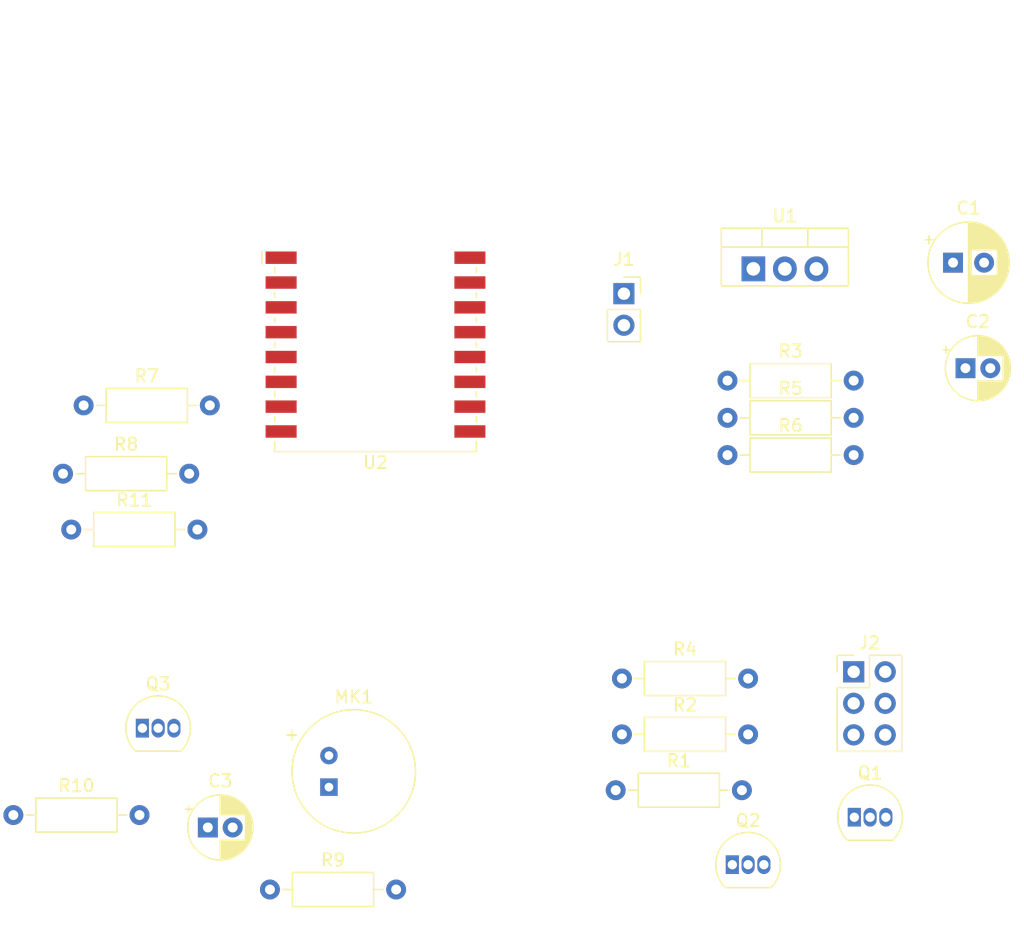
<source format=kicad_pcb>
(kicad_pcb (version 20171130) (host pcbnew 5.0.0-rc2-unknown-r13197-01c2d93a)

  (general
    (thickness 1.6)
    (drawings 0)
    (tracks 0)
    (zones 0)
    (modules 22)
    (nets 27)
  )

  (page A4)
  (layers
    (0 F.Cu signal)
    (31 B.Cu signal)
    (32 B.Adhes user)
    (33 F.Adhes user)
    (34 B.Paste user)
    (35 F.Paste user)
    (36 B.SilkS user)
    (37 F.SilkS user)
    (38 B.Mask user)
    (39 F.Mask user)
    (40 Dwgs.User user)
    (41 Cmts.User user)
    (42 Eco1.User user)
    (43 Eco2.User user)
    (44 Edge.Cuts user)
    (45 Margin user)
    (46 B.CrtYd user)
    (47 F.CrtYd user)
    (48 B.Fab user)
    (49 F.Fab user)
  )

  (setup
    (last_trace_width 0.25)
    (trace_clearance 0.2)
    (zone_clearance 0.508)
    (zone_45_only no)
    (trace_min 0.2)
    (segment_width 0.2)
    (edge_width 0.15)
    (via_size 0.8)
    (via_drill 0.4)
    (via_min_size 0.4)
    (via_min_drill 0.3)
    (uvia_size 0.3)
    (uvia_drill 0.1)
    (uvias_allowed no)
    (uvia_min_size 0.2)
    (uvia_min_drill 0.1)
    (pcb_text_width 0.3)
    (pcb_text_size 1.5 1.5)
    (mod_edge_width 0.15)
    (mod_text_size 1 1)
    (mod_text_width 0.15)
    (pad_size 1.524 1.524)
    (pad_drill 0.762)
    (pad_to_mask_clearance 0.2)
    (aux_axis_origin 0 0)
    (visible_elements FFFFF77F)
    (pcbplotparams
      (layerselection 0x010fc_ffffffff)
      (usegerberextensions false)
      (usegerberattributes false)
      (usegerberadvancedattributes false)
      (creategerberjobfile false)
      (excludeedgelayer true)
      (linewidth 0.100000)
      (plotframeref false)
      (viasonmask false)
      (mode 1)
      (useauxorigin false)
      (hpglpennumber 1)
      (hpglpenspeed 20)
      (hpglpendiameter 15.000000)
      (psnegative false)
      (psa4output false)
      (plotreference true)
      (plotvalue true)
      (plotinvisibletext false)
      (padsonsilk false)
      (subtractmaskfromsilk false)
      (outputformat 1)
      (mirror false)
      (drillshape 1)
      (scaleselection 1)
      (outputdirectory ""))
  )

  (net 0 "")
  (net 1 GND)
  (net 2 "Net-(R11-Pad2)")
  (net 3 "Net-(R5-Pad2)")
  (net 4 "Net-(R3-Pad2)")
  (net 5 /ESP_RX)
  (net 6 +3V3)
  (net 7 /RTS)
  (net 8 "Net-(Q2-Pad2)")
  (net 9 "Net-(Q1-Pad2)")
  (net 10 /DTR)
  (net 11 "Net-(R7-Pad1)")
  (net 12 "Net-(R8-Pad1)")
  (net 13 "Net-(Q3-Pad2)")
  (net 14 /RST)
  (net 15 "Net-(U2-Pad4)")
  (net 16 "Net-(U2-Pad6)")
  (net 17 "Net-(U2-Pad7)")
  (net 18 "Net-(U2-Pad13)")
  (net 19 "Net-(U2-Pad14)")
  (net 20 /GPIO0)
  (net 21 /ESP_TX)
  (net 22 VDC)
  (net 23 "Net-(J2-Pad1)")
  (net 24 /MIC+)
  (net 25 /ESP_ADC)
  (net 26 /MIC_EN)

  (net_class Default "This is the default net class."
    (clearance 0.2)
    (trace_width 0.25)
    (via_dia 0.8)
    (via_drill 0.4)
    (uvia_dia 0.3)
    (uvia_drill 0.1)
    (add_net +3V3)
    (add_net /DTR)
    (add_net /ESP_ADC)
    (add_net /ESP_RX)
    (add_net /ESP_TX)
    (add_net /GPIO0)
    (add_net /MIC+)
    (add_net /MIC_EN)
    (add_net /RST)
    (add_net /RTS)
    (add_net GND)
    (add_net "Net-(J2-Pad1)")
    (add_net "Net-(Q1-Pad2)")
    (add_net "Net-(Q2-Pad2)")
    (add_net "Net-(Q3-Pad2)")
    (add_net "Net-(R11-Pad2)")
    (add_net "Net-(R3-Pad2)")
    (add_net "Net-(R5-Pad2)")
    (add_net "Net-(R7-Pad1)")
    (add_net "Net-(R8-Pad1)")
    (add_net "Net-(U2-Pad13)")
    (add_net "Net-(U2-Pad14)")
    (add_net "Net-(U2-Pad4)")
    (add_net "Net-(U2-Pad6)")
    (add_net "Net-(U2-Pad7)")
    (add_net VDC)
  )

  (module RF_Module:ESP-07 (layer F.Cu) (tedit 5B1D6972) (tstamp 5B2B1819)
    (at 124 77.5)
    (descr "Wi-Fi Module, http://wiki.ai-thinker.com/_media/esp8266/docs/a007ps01a2_esp-07_product_specification_v1.2.pdf")
    (tags "Wi-Fi Module")
    (path /5B37DF5D)
    (attr smd)
    (fp_text reference U2 (at 0 11.6) (layer F.SilkS)
      (effects (font (size 1 1) (thickness 0.15)))
    )
    (fp_text value ESP-07 (at 0 9.6) (layer F.Fab)
      (effects (font (size 1 1) (thickness 0.15)))
    )
    (fp_line (start 8.12 -3.7) (end 8.12 -4.1) (layer F.SilkS) (width 0.12))
    (fp_line (start -8.12 -3.7) (end -8.12 -4.1) (layer F.SilkS) (width 0.12))
    (fp_line (start 8.12 -1.7) (end 8.12 -2.1) (layer F.SilkS) (width 0.12))
    (fp_line (start -8.12 -1.7) (end -8.12 -2.1) (layer F.SilkS) (width 0.12))
    (fp_line (start 8.12 0.3) (end 8.12 -0.1) (layer F.SilkS) (width 0.12))
    (fp_line (start -8.12 0.3) (end -8.12 -0.1) (layer F.SilkS) (width 0.12))
    (fp_line (start 8.12 2.3) (end 8.12 1.9) (layer F.SilkS) (width 0.12))
    (fp_line (start -8.12 2.3) (end -8.12 1.9) (layer F.SilkS) (width 0.12))
    (fp_line (start 8.12 4.3) (end 8.12 3.9) (layer F.SilkS) (width 0.12))
    (fp_line (start -8.12 4.3) (end -8.12 3.9) (layer F.SilkS) (width 0.12))
    (fp_line (start 8.12 6.3) (end 8.12 5.9) (layer F.SilkS) (width 0.12))
    (fp_line (start -8.12 6.3) (end -8.12 5.9) (layer F.SilkS) (width 0.12))
    (fp_line (start 8.12 8.3) (end 8.12 7.9) (layer F.SilkS) (width 0.12))
    (fp_line (start -8.12 8.3) (end -8.12 7.9) (layer F.SilkS) (width 0.12))
    (fp_line (start 23 -8.6) (end 20.4 -6) (layer Dwgs.User) (width 0.12))
    (fp_line (start 23 -11.6) (end 17.4 -6) (layer Dwgs.User) (width 0.12))
    (fp_line (start 23 -14.6) (end 14.4 -6) (layer Dwgs.User) (width 0.12))
    (fp_line (start 23 -17.6) (end 11.4 -6) (layer Dwgs.User) (width 0.12))
    (fp_line (start 23 -20.6) (end 8.4 -6) (layer Dwgs.User) (width 0.12))
    (fp_line (start 5.4 -6) (end 23 -23.6) (layer Dwgs.User) (width 0.12))
    (fp_line (start 19 -25.6) (end -0.6 -6) (layer Dwgs.User) (width 0.12))
    (fp_line (start 16 -25.6) (end -3.6 -6) (layer Dwgs.User) (width 0.12))
    (fp_line (start 2.4 -6) (end 22 -25.6) (layer Dwgs.User) (width 0.12))
    (fp_line (start 7 -25.6) (end -12.6 -6) (layer Dwgs.User) (width 0.12))
    (fp_line (start 10 -25.6) (end -9.6 -6) (layer Dwgs.User) (width 0.12))
    (fp_line (start -6.6 -6) (end 13 -25.6) (layer Dwgs.User) (width 0.12))
    (fp_line (start -15.6 -6) (end 4 -25.6) (layer Dwgs.User) (width 0.12))
    (fp_line (start 1 -25.6) (end -18.6 -6) (layer Dwgs.User) (width 0.12))
    (fp_line (start -2 -25.6) (end -21.6 -6) (layer Dwgs.User) (width 0.12))
    (fp_line (start -5 -25.6) (end -23 -7.6) (layer Dwgs.User) (width 0.12))
    (fp_line (start -8 -25.6) (end -23 -10.6) (layer Dwgs.User) (width 0.12))
    (fp_line (start -11 -25.6) (end -23 -13.6) (layer Dwgs.User) (width 0.12))
    (fp_line (start -14 -25.6) (end -23 -16.6) (layer Dwgs.User) (width 0.12))
    (fp_line (start -17 -25.6) (end -23 -19.6) (layer Dwgs.User) (width 0.12))
    (fp_line (start -20 -25.6) (end -23 -22.6) (layer Dwgs.User) (width 0.12))
    (fp_line (start 23 -6) (end 23 -25.6) (layer Dwgs.User) (width 0.12))
    (fp_line (start 23 -6) (end -23 -6) (layer Dwgs.User) (width 0.12))
    (fp_line (start -23 -25.6) (end -23 -6) (layer Dwgs.User) (width 0.12))
    (fp_line (start -23 -25.6) (end 23 -25.6) (layer Dwgs.User) (width 0.12))
    (fp_line (start -9.15 -5.4) (end -9.15 -4.4) (layer F.SilkS) (width 0.12))
    (fp_line (start -8.12 10.72) (end -8.12 9.9) (layer F.SilkS) (width 0.12))
    (fp_line (start 8.12 10.72) (end -8.12 10.72) (layer F.SilkS) (width 0.12))
    (fp_line (start 8.12 9.9) (end 8.12 10.72) (layer F.SilkS) (width 0.12))
    (fp_line (start -9.1 10.85) (end -9.1 -10.85) (layer F.CrtYd) (width 0.05))
    (fp_line (start 9.1 10.85) (end -9.1 10.85) (layer F.CrtYd) (width 0.05))
    (fp_line (start 9.1 -10.85) (end 9.1 10.85) (layer F.CrtYd) (width 0.05))
    (fp_line (start -9.1 -10.85) (end 9.1 -10.85) (layer F.CrtYd) (width 0.05))
    (fp_line (start -8 -5.4) (end -8 -10.6) (layer F.Fab) (width 0.1))
    (fp_line (start -7.5 -4.9) (end -8 -5.4) (layer F.Fab) (width 0.1))
    (fp_line (start -8 -4.4) (end -7.5 -4.9) (layer F.Fab) (width 0.1))
    (fp_line (start -8 10.6) (end -8 -4.4) (layer F.Fab) (width 0.1))
    (fp_line (start 8 10.6) (end -8 10.6) (layer F.Fab) (width 0.1))
    (fp_line (start 8 -10.6) (end 8 10.6) (layer F.Fab) (width 0.1))
    (fp_line (start -8 -10.6) (end 8 -10.6) (layer F.Fab) (width 0.1))
    (fp_text user %R (at 0 0) (layer F.Fab)
      (effects (font (size 1 1) (thickness 0.15)))
    )
    (fp_text user "KEEP-OUT ZONE" (at 0 -17.3 180) (layer Cmts.User)
      (effects (font (size 1 1) (thickness 0.15)))
    )
    (fp_text user "No metal, traces, or components\non any PCB layer if using on-board antenna" (at 0 -14.3 180) (layer Cmts.User)
      (effects (font (size 0.8 0.8) (thickness 0.12)))
    )
    (pad 16 smd rect (at 7.6 -4.9) (size 2.5 1) (layers F.Cu F.Paste F.Mask)
      (net 21 /ESP_TX))
    (pad 15 smd rect (at 7.6 -2.9) (size 2.5 1) (layers F.Cu F.Paste F.Mask)
      (net 5 /ESP_RX))
    (pad 14 smd rect (at 7.6 -0.9) (size 2.5 1) (layers F.Cu F.Paste F.Mask)
      (net 19 "Net-(U2-Pad14)"))
    (pad 13 smd rect (at 7.6 1.1) (size 2.5 1) (layers F.Cu F.Paste F.Mask)
      (net 18 "Net-(U2-Pad13)"))
    (pad 12 smd rect (at 7.6 3.1) (size 2.5 1) (layers F.Cu F.Paste F.Mask)
      (net 20 /GPIO0))
    (pad 11 smd rect (at 7.6 5.1) (size 2.5 1) (layers F.Cu F.Paste F.Mask)
      (net 12 "Net-(R8-Pad1)"))
    (pad 10 smd rect (at 7.6 7.1) (size 2.5 1) (layers F.Cu F.Paste F.Mask)
      (net 2 "Net-(R11-Pad2)"))
    (pad 9 smd rect (at 7.6 9.1) (size 2.5 1) (layers F.Cu F.Paste F.Mask)
      (net 1 GND))
    (pad 8 smd rect (at -7.6 9.1) (size 2.5 1) (layers F.Cu F.Paste F.Mask)
      (net 6 +3V3))
    (pad 7 smd rect (at -7.6 7.1) (size 2.5 1) (layers F.Cu F.Paste F.Mask)
      (net 17 "Net-(U2-Pad7)"))
    (pad 6 smd rect (at -7.6 5.1) (size 2.5 1) (layers F.Cu F.Paste F.Mask)
      (net 16 "Net-(U2-Pad6)"))
    (pad 5 smd rect (at -7.6 3.1) (size 2.5 1) (layers F.Cu F.Paste F.Mask)
      (net 26 /MIC_EN))
    (pad 4 smd rect (at -7.6 1.1) (size 2.5 1) (layers F.Cu F.Paste F.Mask)
      (net 15 "Net-(U2-Pad4)"))
    (pad 3 smd rect (at -7.6 -0.9) (size 2.5 1) (layers F.Cu F.Paste F.Mask)
      (net 11 "Net-(R7-Pad1)"))
    (pad 2 smd rect (at -7.6 -2.9) (size 2.5 1) (layers F.Cu F.Paste F.Mask)
      (net 25 /ESP_ADC))
    (pad 1 smd rect (at -7.6 -4.9) (size 2.5 1) (layers F.Cu F.Paste F.Mask)
      (net 14 /RST))
    (model ${KISYS3DMOD}/RF_Module.3dshapes/ESP-07.wrl
      (at (xyz 0 0 0))
      (scale (xyz 1 1 1))
      (rotate (xyz 0 0 0))
    )
  )

  (module dryer-buzz-pcb:Microphone_Condenser_Panasonic_WM-54B (layer F.Cu) (tedit 5B0B1740) (tstamp 5B172EF4)
    (at 120.25 115.25)
    (descr http://users.ece.utexas.edu/~valvano/Datasheets/ElectretWM_54B.pdf)
    (tags electret)
    (path /5AF89ADD)
    (fp_text reference MK1 (at 2 -7.27) (layer F.SilkS)
      (effects (font (size 1 1) (thickness 0.15)))
    )
    (fp_text value Microphone_Condenser (at 2 4.73) (layer F.Fab)
      (effects (font (size 1 1) (thickness 0.15)))
    )
    (fp_circle (center 1.99 -1.27) (end 7.09 -1.27) (layer F.CrtYd) (width 0.05))
    (fp_text user + (at -3 -4.27) (layer F.SilkS)
      (effects (font (size 1 1) (thickness 0.15)))
    )
    (fp_text user %R (at 2 -1.27) (layer F.Fab)
      (effects (font (size 1 1) (thickness 0.15)))
    )
    (fp_circle (center 2 -1.27) (end 6.97 -1.27) (layer F.SilkS) (width 0.12))
    (fp_circle (center 2 -1.27) (end 6.85 -1.27) (layer F.Fab) (width 0.1))
    (pad 1 thru_hole rect (at 0 0) (size 1.4 1.4) (drill 0.7) (layers *.Cu *.Mask)
      (net 1 GND))
    (pad 2 thru_hole circle (at 0 -2.54) (size 1.4 1.4) (drill 0.7) (layers *.Cu *.Mask)
      (net 24 /MIC+))
  )

  (module Connector_PinSocket_2.54mm:PinSocket_1x02_P2.54mm_Vertical (layer F.Cu) (tedit 5A19A420) (tstamp 5B174A47)
    (at 144 75.5)
    (descr "Through hole straight socket strip, 1x02, 2.54mm pitch, single row (from Kicad 4.0.7), script generated")
    (tags "Through hole socket strip THT 1x02 2.54mm single row")
    (path /5B0B209D)
    (fp_text reference J1 (at 0 -2.77) (layer F.SilkS)
      (effects (font (size 1 1) (thickness 0.15)))
    )
    (fp_text value Conn_01x02 (at 0 5.31) (layer F.Fab)
      (effects (font (size 1 1) (thickness 0.15)))
    )
    (fp_line (start -1.27 -1.27) (end 0.635 -1.27) (layer F.Fab) (width 0.1))
    (fp_line (start 0.635 -1.27) (end 1.27 -0.635) (layer F.Fab) (width 0.1))
    (fp_line (start 1.27 -0.635) (end 1.27 3.81) (layer F.Fab) (width 0.1))
    (fp_line (start 1.27 3.81) (end -1.27 3.81) (layer F.Fab) (width 0.1))
    (fp_line (start -1.27 3.81) (end -1.27 -1.27) (layer F.Fab) (width 0.1))
    (fp_line (start -1.33 1.27) (end 1.33 1.27) (layer F.SilkS) (width 0.12))
    (fp_line (start -1.33 1.27) (end -1.33 3.87) (layer F.SilkS) (width 0.12))
    (fp_line (start -1.33 3.87) (end 1.33 3.87) (layer F.SilkS) (width 0.12))
    (fp_line (start 1.33 1.27) (end 1.33 3.87) (layer F.SilkS) (width 0.12))
    (fp_line (start 1.33 -1.33) (end 1.33 0) (layer F.SilkS) (width 0.12))
    (fp_line (start 0 -1.33) (end 1.33 -1.33) (layer F.SilkS) (width 0.12))
    (fp_line (start -1.8 -1.8) (end 1.75 -1.8) (layer F.CrtYd) (width 0.05))
    (fp_line (start 1.75 -1.8) (end 1.75 4.3) (layer F.CrtYd) (width 0.05))
    (fp_line (start 1.75 4.3) (end -1.8 4.3) (layer F.CrtYd) (width 0.05))
    (fp_line (start -1.8 4.3) (end -1.8 -1.8) (layer F.CrtYd) (width 0.05))
    (fp_text user %R (at 0 1.27 90) (layer F.Fab)
      (effects (font (size 1 1) (thickness 0.15)))
    )
    (pad 1 thru_hole rect (at 0 0) (size 1.7 1.7) (drill 1) (layers *.Cu *.Mask)
      (net 1 GND))
    (pad 2 thru_hole oval (at 0 2.54) (size 1.7 1.7) (drill 1) (layers *.Cu *.Mask)
      (net 22 VDC))
    (model ${KISYS3DMOD}/Connector_PinSocket_2.54mm.3dshapes/PinSocket_1x02_P2.54mm_Vertical.wrl
      (at (xyz 0 0 0))
      (scale (xyz 1 1 1))
      (rotate (xyz 0 0 0))
    )
  )

  (module Connector_PinHeader_2.54mm:PinHeader_2x03_P2.54mm_Vertical (layer F.Cu) (tedit 59FED5CC) (tstamp 5B1613F2)
    (at 162.5 105.96)
    (descr "Through hole straight pin header, 2x03, 2.54mm pitch, double rows")
    (tags "Through hole pin header THT 2x03 2.54mm double row")
    (path /5AF88C79)
    (fp_text reference J2 (at 1.27 -2.33) (layer F.SilkS)
      (effects (font (size 1 1) (thickness 0.15)))
    )
    (fp_text value Conn_02x03_Odd_Even (at 1.27 7.41) (layer F.Fab)
      (effects (font (size 1 1) (thickness 0.15)))
    )
    (fp_line (start 0 -1.27) (end 3.81 -1.27) (layer F.Fab) (width 0.1))
    (fp_line (start 3.81 -1.27) (end 3.81 6.35) (layer F.Fab) (width 0.1))
    (fp_line (start 3.81 6.35) (end -1.27 6.35) (layer F.Fab) (width 0.1))
    (fp_line (start -1.27 6.35) (end -1.27 0) (layer F.Fab) (width 0.1))
    (fp_line (start -1.27 0) (end 0 -1.27) (layer F.Fab) (width 0.1))
    (fp_line (start -1.33 6.41) (end 3.87 6.41) (layer F.SilkS) (width 0.12))
    (fp_line (start -1.33 1.27) (end -1.33 6.41) (layer F.SilkS) (width 0.12))
    (fp_line (start 3.87 -1.33) (end 3.87 6.41) (layer F.SilkS) (width 0.12))
    (fp_line (start -1.33 1.27) (end 1.27 1.27) (layer F.SilkS) (width 0.12))
    (fp_line (start 1.27 1.27) (end 1.27 -1.33) (layer F.SilkS) (width 0.12))
    (fp_line (start 1.27 -1.33) (end 3.87 -1.33) (layer F.SilkS) (width 0.12))
    (fp_line (start -1.33 0) (end -1.33 -1.33) (layer F.SilkS) (width 0.12))
    (fp_line (start -1.33 -1.33) (end 0 -1.33) (layer F.SilkS) (width 0.12))
    (fp_line (start -1.8 -1.8) (end -1.8 6.85) (layer F.CrtYd) (width 0.05))
    (fp_line (start -1.8 6.85) (end 4.35 6.85) (layer F.CrtYd) (width 0.05))
    (fp_line (start 4.35 6.85) (end 4.35 -1.8) (layer F.CrtYd) (width 0.05))
    (fp_line (start 4.35 -1.8) (end -1.8 -1.8) (layer F.CrtYd) (width 0.05))
    (fp_text user %R (at 1.27 2.54 90) (layer F.Fab)
      (effects (font (size 1 1) (thickness 0.15)))
    )
    (pad 1 thru_hole rect (at 0 0) (size 1.7 1.7) (drill 1) (layers *.Cu *.Mask)
      (net 23 "Net-(J2-Pad1)"))
    (pad 2 thru_hole oval (at 2.54 0) (size 1.7 1.7) (drill 1) (layers *.Cu *.Mask)
      (net 6 +3V3))
    (pad 3 thru_hole oval (at 0 2.54) (size 1.7 1.7) (drill 1) (layers *.Cu *.Mask)
      (net 7 /RTS))
    (pad 4 thru_hole oval (at 2.54 2.54) (size 1.7 1.7) (drill 1) (layers *.Cu *.Mask)
      (net 10 /DTR))
    (pad 5 thru_hole oval (at 0 5.08) (size 1.7 1.7) (drill 1) (layers *.Cu *.Mask)
      (net 21 /ESP_TX))
    (pad 6 thru_hole oval (at 2.54 5.08) (size 1.7 1.7) (drill 1) (layers *.Cu *.Mask)
      (net 1 GND))
    (model ${KISYS3DMOD}/Connector_PinHeader_2.54mm.3dshapes/PinHeader_2x03_P2.54mm_Vertical.wrl
      (at (xyz 0 0 0))
      (scale (xyz 1 1 1))
      (rotate (xyz 0 0 0))
    )
  )

  (module Capacitor_THT:CP_Radial_D5.0mm_P2.00mm (layer F.Cu) (tedit 5AE50EF0) (tstamp 5B037859)
    (at 171.5 81.5)
    (descr "CP, Radial series, Radial, pin pitch=2.00mm, , diameter=5mm, Electrolytic Capacitor")
    (tags "CP Radial series Radial pin pitch 2.00mm  diameter 5mm Electrolytic Capacitor")
    (path /5AF85E05)
    (fp_text reference C2 (at 1 -3.75) (layer F.SilkS)
      (effects (font (size 1 1) (thickness 0.15)))
    )
    (fp_text value "10uF 50V" (at 1 3.75) (layer F.Fab)
      (effects (font (size 1 1) (thickness 0.15)))
    )
    (fp_text user %R (at 1 0) (layer F.Fab)
      (effects (font (size 1 1) (thickness 0.15)))
    )
    (fp_line (start -1.554775 -1.725) (end -1.554775 -1.225) (layer F.SilkS) (width 0.12))
    (fp_line (start -1.804775 -1.475) (end -1.304775 -1.475) (layer F.SilkS) (width 0.12))
    (fp_line (start 3.601 -0.284) (end 3.601 0.284) (layer F.SilkS) (width 0.12))
    (fp_line (start 3.561 -0.518) (end 3.561 0.518) (layer F.SilkS) (width 0.12))
    (fp_line (start 3.521 -0.677) (end 3.521 0.677) (layer F.SilkS) (width 0.12))
    (fp_line (start 3.481 -0.805) (end 3.481 0.805) (layer F.SilkS) (width 0.12))
    (fp_line (start 3.441 -0.915) (end 3.441 0.915) (layer F.SilkS) (width 0.12))
    (fp_line (start 3.401 -1.011) (end 3.401 1.011) (layer F.SilkS) (width 0.12))
    (fp_line (start 3.361 -1.098) (end 3.361 1.098) (layer F.SilkS) (width 0.12))
    (fp_line (start 3.321 -1.178) (end 3.321 1.178) (layer F.SilkS) (width 0.12))
    (fp_line (start 3.281 -1.251) (end 3.281 1.251) (layer F.SilkS) (width 0.12))
    (fp_line (start 3.241 -1.319) (end 3.241 1.319) (layer F.SilkS) (width 0.12))
    (fp_line (start 3.201 -1.383) (end 3.201 1.383) (layer F.SilkS) (width 0.12))
    (fp_line (start 3.161 -1.443) (end 3.161 1.443) (layer F.SilkS) (width 0.12))
    (fp_line (start 3.121 -1.5) (end 3.121 1.5) (layer F.SilkS) (width 0.12))
    (fp_line (start 3.081 -1.554) (end 3.081 1.554) (layer F.SilkS) (width 0.12))
    (fp_line (start 3.041 -1.605) (end 3.041 1.605) (layer F.SilkS) (width 0.12))
    (fp_line (start 3.001 1.04) (end 3.001 1.653) (layer F.SilkS) (width 0.12))
    (fp_line (start 3.001 -1.653) (end 3.001 -1.04) (layer F.SilkS) (width 0.12))
    (fp_line (start 2.961 1.04) (end 2.961 1.699) (layer F.SilkS) (width 0.12))
    (fp_line (start 2.961 -1.699) (end 2.961 -1.04) (layer F.SilkS) (width 0.12))
    (fp_line (start 2.921 1.04) (end 2.921 1.743) (layer F.SilkS) (width 0.12))
    (fp_line (start 2.921 -1.743) (end 2.921 -1.04) (layer F.SilkS) (width 0.12))
    (fp_line (start 2.881 1.04) (end 2.881 1.785) (layer F.SilkS) (width 0.12))
    (fp_line (start 2.881 -1.785) (end 2.881 -1.04) (layer F.SilkS) (width 0.12))
    (fp_line (start 2.841 1.04) (end 2.841 1.826) (layer F.SilkS) (width 0.12))
    (fp_line (start 2.841 -1.826) (end 2.841 -1.04) (layer F.SilkS) (width 0.12))
    (fp_line (start 2.801 1.04) (end 2.801 1.864) (layer F.SilkS) (width 0.12))
    (fp_line (start 2.801 -1.864) (end 2.801 -1.04) (layer F.SilkS) (width 0.12))
    (fp_line (start 2.761 1.04) (end 2.761 1.901) (layer F.SilkS) (width 0.12))
    (fp_line (start 2.761 -1.901) (end 2.761 -1.04) (layer F.SilkS) (width 0.12))
    (fp_line (start 2.721 1.04) (end 2.721 1.937) (layer F.SilkS) (width 0.12))
    (fp_line (start 2.721 -1.937) (end 2.721 -1.04) (layer F.SilkS) (width 0.12))
    (fp_line (start 2.681 1.04) (end 2.681 1.971) (layer F.SilkS) (width 0.12))
    (fp_line (start 2.681 -1.971) (end 2.681 -1.04) (layer F.SilkS) (width 0.12))
    (fp_line (start 2.641 1.04) (end 2.641 2.004) (layer F.SilkS) (width 0.12))
    (fp_line (start 2.641 -2.004) (end 2.641 -1.04) (layer F.SilkS) (width 0.12))
    (fp_line (start 2.601 1.04) (end 2.601 2.035) (layer F.SilkS) (width 0.12))
    (fp_line (start 2.601 -2.035) (end 2.601 -1.04) (layer F.SilkS) (width 0.12))
    (fp_line (start 2.561 1.04) (end 2.561 2.065) (layer F.SilkS) (width 0.12))
    (fp_line (start 2.561 -2.065) (end 2.561 -1.04) (layer F.SilkS) (width 0.12))
    (fp_line (start 2.521 1.04) (end 2.521 2.095) (layer F.SilkS) (width 0.12))
    (fp_line (start 2.521 -2.095) (end 2.521 -1.04) (layer F.SilkS) (width 0.12))
    (fp_line (start 2.481 1.04) (end 2.481 2.122) (layer F.SilkS) (width 0.12))
    (fp_line (start 2.481 -2.122) (end 2.481 -1.04) (layer F.SilkS) (width 0.12))
    (fp_line (start 2.441 1.04) (end 2.441 2.149) (layer F.SilkS) (width 0.12))
    (fp_line (start 2.441 -2.149) (end 2.441 -1.04) (layer F.SilkS) (width 0.12))
    (fp_line (start 2.401 1.04) (end 2.401 2.175) (layer F.SilkS) (width 0.12))
    (fp_line (start 2.401 -2.175) (end 2.401 -1.04) (layer F.SilkS) (width 0.12))
    (fp_line (start 2.361 1.04) (end 2.361 2.2) (layer F.SilkS) (width 0.12))
    (fp_line (start 2.361 -2.2) (end 2.361 -1.04) (layer F.SilkS) (width 0.12))
    (fp_line (start 2.321 1.04) (end 2.321 2.224) (layer F.SilkS) (width 0.12))
    (fp_line (start 2.321 -2.224) (end 2.321 -1.04) (layer F.SilkS) (width 0.12))
    (fp_line (start 2.281 1.04) (end 2.281 2.247) (layer F.SilkS) (width 0.12))
    (fp_line (start 2.281 -2.247) (end 2.281 -1.04) (layer F.SilkS) (width 0.12))
    (fp_line (start 2.241 1.04) (end 2.241 2.268) (layer F.SilkS) (width 0.12))
    (fp_line (start 2.241 -2.268) (end 2.241 -1.04) (layer F.SilkS) (width 0.12))
    (fp_line (start 2.201 1.04) (end 2.201 2.29) (layer F.SilkS) (width 0.12))
    (fp_line (start 2.201 -2.29) (end 2.201 -1.04) (layer F.SilkS) (width 0.12))
    (fp_line (start 2.161 1.04) (end 2.161 2.31) (layer F.SilkS) (width 0.12))
    (fp_line (start 2.161 -2.31) (end 2.161 -1.04) (layer F.SilkS) (width 0.12))
    (fp_line (start 2.121 1.04) (end 2.121 2.329) (layer F.SilkS) (width 0.12))
    (fp_line (start 2.121 -2.329) (end 2.121 -1.04) (layer F.SilkS) (width 0.12))
    (fp_line (start 2.081 1.04) (end 2.081 2.348) (layer F.SilkS) (width 0.12))
    (fp_line (start 2.081 -2.348) (end 2.081 -1.04) (layer F.SilkS) (width 0.12))
    (fp_line (start 2.041 1.04) (end 2.041 2.365) (layer F.SilkS) (width 0.12))
    (fp_line (start 2.041 -2.365) (end 2.041 -1.04) (layer F.SilkS) (width 0.12))
    (fp_line (start 2.001 1.04) (end 2.001 2.382) (layer F.SilkS) (width 0.12))
    (fp_line (start 2.001 -2.382) (end 2.001 -1.04) (layer F.SilkS) (width 0.12))
    (fp_line (start 1.961 1.04) (end 1.961 2.398) (layer F.SilkS) (width 0.12))
    (fp_line (start 1.961 -2.398) (end 1.961 -1.04) (layer F.SilkS) (width 0.12))
    (fp_line (start 1.921 1.04) (end 1.921 2.414) (layer F.SilkS) (width 0.12))
    (fp_line (start 1.921 -2.414) (end 1.921 -1.04) (layer F.SilkS) (width 0.12))
    (fp_line (start 1.881 1.04) (end 1.881 2.428) (layer F.SilkS) (width 0.12))
    (fp_line (start 1.881 -2.428) (end 1.881 -1.04) (layer F.SilkS) (width 0.12))
    (fp_line (start 1.841 1.04) (end 1.841 2.442) (layer F.SilkS) (width 0.12))
    (fp_line (start 1.841 -2.442) (end 1.841 -1.04) (layer F.SilkS) (width 0.12))
    (fp_line (start 1.801 1.04) (end 1.801 2.455) (layer F.SilkS) (width 0.12))
    (fp_line (start 1.801 -2.455) (end 1.801 -1.04) (layer F.SilkS) (width 0.12))
    (fp_line (start 1.761 1.04) (end 1.761 2.468) (layer F.SilkS) (width 0.12))
    (fp_line (start 1.761 -2.468) (end 1.761 -1.04) (layer F.SilkS) (width 0.12))
    (fp_line (start 1.721 1.04) (end 1.721 2.48) (layer F.SilkS) (width 0.12))
    (fp_line (start 1.721 -2.48) (end 1.721 -1.04) (layer F.SilkS) (width 0.12))
    (fp_line (start 1.68 1.04) (end 1.68 2.491) (layer F.SilkS) (width 0.12))
    (fp_line (start 1.68 -2.491) (end 1.68 -1.04) (layer F.SilkS) (width 0.12))
    (fp_line (start 1.64 1.04) (end 1.64 2.501) (layer F.SilkS) (width 0.12))
    (fp_line (start 1.64 -2.501) (end 1.64 -1.04) (layer F.SilkS) (width 0.12))
    (fp_line (start 1.6 1.04) (end 1.6 2.511) (layer F.SilkS) (width 0.12))
    (fp_line (start 1.6 -2.511) (end 1.6 -1.04) (layer F.SilkS) (width 0.12))
    (fp_line (start 1.56 1.04) (end 1.56 2.52) (layer F.SilkS) (width 0.12))
    (fp_line (start 1.56 -2.52) (end 1.56 -1.04) (layer F.SilkS) (width 0.12))
    (fp_line (start 1.52 1.04) (end 1.52 2.528) (layer F.SilkS) (width 0.12))
    (fp_line (start 1.52 -2.528) (end 1.52 -1.04) (layer F.SilkS) (width 0.12))
    (fp_line (start 1.48 1.04) (end 1.48 2.536) (layer F.SilkS) (width 0.12))
    (fp_line (start 1.48 -2.536) (end 1.48 -1.04) (layer F.SilkS) (width 0.12))
    (fp_line (start 1.44 1.04) (end 1.44 2.543) (layer F.SilkS) (width 0.12))
    (fp_line (start 1.44 -2.543) (end 1.44 -1.04) (layer F.SilkS) (width 0.12))
    (fp_line (start 1.4 1.04) (end 1.4 2.55) (layer F.SilkS) (width 0.12))
    (fp_line (start 1.4 -2.55) (end 1.4 -1.04) (layer F.SilkS) (width 0.12))
    (fp_line (start 1.36 1.04) (end 1.36 2.556) (layer F.SilkS) (width 0.12))
    (fp_line (start 1.36 -2.556) (end 1.36 -1.04) (layer F.SilkS) (width 0.12))
    (fp_line (start 1.32 1.04) (end 1.32 2.561) (layer F.SilkS) (width 0.12))
    (fp_line (start 1.32 -2.561) (end 1.32 -1.04) (layer F.SilkS) (width 0.12))
    (fp_line (start 1.28 1.04) (end 1.28 2.565) (layer F.SilkS) (width 0.12))
    (fp_line (start 1.28 -2.565) (end 1.28 -1.04) (layer F.SilkS) (width 0.12))
    (fp_line (start 1.24 1.04) (end 1.24 2.569) (layer F.SilkS) (width 0.12))
    (fp_line (start 1.24 -2.569) (end 1.24 -1.04) (layer F.SilkS) (width 0.12))
    (fp_line (start 1.2 1.04) (end 1.2 2.573) (layer F.SilkS) (width 0.12))
    (fp_line (start 1.2 -2.573) (end 1.2 -1.04) (layer F.SilkS) (width 0.12))
    (fp_line (start 1.16 1.04) (end 1.16 2.576) (layer F.SilkS) (width 0.12))
    (fp_line (start 1.16 -2.576) (end 1.16 -1.04) (layer F.SilkS) (width 0.12))
    (fp_line (start 1.12 1.04) (end 1.12 2.578) (layer F.SilkS) (width 0.12))
    (fp_line (start 1.12 -2.578) (end 1.12 -1.04) (layer F.SilkS) (width 0.12))
    (fp_line (start 1.08 1.04) (end 1.08 2.579) (layer F.SilkS) (width 0.12))
    (fp_line (start 1.08 -2.579) (end 1.08 -1.04) (layer F.SilkS) (width 0.12))
    (fp_line (start 1.04 -2.58) (end 1.04 -1.04) (layer F.SilkS) (width 0.12))
    (fp_line (start 1.04 1.04) (end 1.04 2.58) (layer F.SilkS) (width 0.12))
    (fp_line (start 1 -2.58) (end 1 -1.04) (layer F.SilkS) (width 0.12))
    (fp_line (start 1 1.04) (end 1 2.58) (layer F.SilkS) (width 0.12))
    (fp_line (start -0.883605 -1.3375) (end -0.883605 -0.8375) (layer F.Fab) (width 0.1))
    (fp_line (start -1.133605 -1.0875) (end -0.633605 -1.0875) (layer F.Fab) (width 0.1))
    (fp_circle (center 1 0) (end 3.75 0) (layer F.CrtYd) (width 0.05))
    (fp_circle (center 1 0) (end 3.62 0) (layer F.SilkS) (width 0.12))
    (fp_circle (center 1 0) (end 3.5 0) (layer F.Fab) (width 0.1))
    (pad 2 thru_hole circle (at 2 0) (size 1.6 1.6) (drill 0.8) (layers *.Cu *.Mask)
      (net 1 GND))
    (pad 1 thru_hole rect (at 0 0) (size 1.6 1.6) (drill 0.8) (layers *.Cu *.Mask)
      (net 6 +3V3))
    (model ${KISYS3DMOD}/Capacitor_THT.3dshapes/CP_Radial_D5.0mm_P2.00mm.wrl
      (at (xyz 0 0 0))
      (scale (xyz 1 1 1))
      (rotate (xyz 0 0 0))
    )
  )

  (module Capacitor_THT:CP_Radial_D5.0mm_P2.00mm (layer F.Cu) (tedit 5AE50EF0) (tstamp 5B0377D6)
    (at 110.5 118.5)
    (descr "CP, Radial series, Radial, pin pitch=2.00mm, , diameter=5mm, Electrolytic Capacitor")
    (tags "CP Radial series Radial pin pitch 2.00mm  diameter 5mm Electrolytic Capacitor")
    (path /5AF8634A)
    (fp_text reference C3 (at 1 -3.75) (layer F.SilkS)
      (effects (font (size 1 1) (thickness 0.15)))
    )
    (fp_text value "2.2uF 50V" (at 1 3.75) (layer F.Fab)
      (effects (font (size 1 1) (thickness 0.15)))
    )
    (fp_text user %R (at 1 0) (layer F.Fab)
      (effects (font (size 1 1) (thickness 0.15)))
    )
    (fp_line (start -1.554775 -1.725) (end -1.554775 -1.225) (layer F.SilkS) (width 0.12))
    (fp_line (start -1.804775 -1.475) (end -1.304775 -1.475) (layer F.SilkS) (width 0.12))
    (fp_line (start 3.601 -0.284) (end 3.601 0.284) (layer F.SilkS) (width 0.12))
    (fp_line (start 3.561 -0.518) (end 3.561 0.518) (layer F.SilkS) (width 0.12))
    (fp_line (start 3.521 -0.677) (end 3.521 0.677) (layer F.SilkS) (width 0.12))
    (fp_line (start 3.481 -0.805) (end 3.481 0.805) (layer F.SilkS) (width 0.12))
    (fp_line (start 3.441 -0.915) (end 3.441 0.915) (layer F.SilkS) (width 0.12))
    (fp_line (start 3.401 -1.011) (end 3.401 1.011) (layer F.SilkS) (width 0.12))
    (fp_line (start 3.361 -1.098) (end 3.361 1.098) (layer F.SilkS) (width 0.12))
    (fp_line (start 3.321 -1.178) (end 3.321 1.178) (layer F.SilkS) (width 0.12))
    (fp_line (start 3.281 -1.251) (end 3.281 1.251) (layer F.SilkS) (width 0.12))
    (fp_line (start 3.241 -1.319) (end 3.241 1.319) (layer F.SilkS) (width 0.12))
    (fp_line (start 3.201 -1.383) (end 3.201 1.383) (layer F.SilkS) (width 0.12))
    (fp_line (start 3.161 -1.443) (end 3.161 1.443) (layer F.SilkS) (width 0.12))
    (fp_line (start 3.121 -1.5) (end 3.121 1.5) (layer F.SilkS) (width 0.12))
    (fp_line (start 3.081 -1.554) (end 3.081 1.554) (layer F.SilkS) (width 0.12))
    (fp_line (start 3.041 -1.605) (end 3.041 1.605) (layer F.SilkS) (width 0.12))
    (fp_line (start 3.001 1.04) (end 3.001 1.653) (layer F.SilkS) (width 0.12))
    (fp_line (start 3.001 -1.653) (end 3.001 -1.04) (layer F.SilkS) (width 0.12))
    (fp_line (start 2.961 1.04) (end 2.961 1.699) (layer F.SilkS) (width 0.12))
    (fp_line (start 2.961 -1.699) (end 2.961 -1.04) (layer F.SilkS) (width 0.12))
    (fp_line (start 2.921 1.04) (end 2.921 1.743) (layer F.SilkS) (width 0.12))
    (fp_line (start 2.921 -1.743) (end 2.921 -1.04) (layer F.SilkS) (width 0.12))
    (fp_line (start 2.881 1.04) (end 2.881 1.785) (layer F.SilkS) (width 0.12))
    (fp_line (start 2.881 -1.785) (end 2.881 -1.04) (layer F.SilkS) (width 0.12))
    (fp_line (start 2.841 1.04) (end 2.841 1.826) (layer F.SilkS) (width 0.12))
    (fp_line (start 2.841 -1.826) (end 2.841 -1.04) (layer F.SilkS) (width 0.12))
    (fp_line (start 2.801 1.04) (end 2.801 1.864) (layer F.SilkS) (width 0.12))
    (fp_line (start 2.801 -1.864) (end 2.801 -1.04) (layer F.SilkS) (width 0.12))
    (fp_line (start 2.761 1.04) (end 2.761 1.901) (layer F.SilkS) (width 0.12))
    (fp_line (start 2.761 -1.901) (end 2.761 -1.04) (layer F.SilkS) (width 0.12))
    (fp_line (start 2.721 1.04) (end 2.721 1.937) (layer F.SilkS) (width 0.12))
    (fp_line (start 2.721 -1.937) (end 2.721 -1.04) (layer F.SilkS) (width 0.12))
    (fp_line (start 2.681 1.04) (end 2.681 1.971) (layer F.SilkS) (width 0.12))
    (fp_line (start 2.681 -1.971) (end 2.681 -1.04) (layer F.SilkS) (width 0.12))
    (fp_line (start 2.641 1.04) (end 2.641 2.004) (layer F.SilkS) (width 0.12))
    (fp_line (start 2.641 -2.004) (end 2.641 -1.04) (layer F.SilkS) (width 0.12))
    (fp_line (start 2.601 1.04) (end 2.601 2.035) (layer F.SilkS) (width 0.12))
    (fp_line (start 2.601 -2.035) (end 2.601 -1.04) (layer F.SilkS) (width 0.12))
    (fp_line (start 2.561 1.04) (end 2.561 2.065) (layer F.SilkS) (width 0.12))
    (fp_line (start 2.561 -2.065) (end 2.561 -1.04) (layer F.SilkS) (width 0.12))
    (fp_line (start 2.521 1.04) (end 2.521 2.095) (layer F.SilkS) (width 0.12))
    (fp_line (start 2.521 -2.095) (end 2.521 -1.04) (layer F.SilkS) (width 0.12))
    (fp_line (start 2.481 1.04) (end 2.481 2.122) (layer F.SilkS) (width 0.12))
    (fp_line (start 2.481 -2.122) (end 2.481 -1.04) (layer F.SilkS) (width 0.12))
    (fp_line (start 2.441 1.04) (end 2.441 2.149) (layer F.SilkS) (width 0.12))
    (fp_line (start 2.441 -2.149) (end 2.441 -1.04) (layer F.SilkS) (width 0.12))
    (fp_line (start 2.401 1.04) (end 2.401 2.175) (layer F.SilkS) (width 0.12))
    (fp_line (start 2.401 -2.175) (end 2.401 -1.04) (layer F.SilkS) (width 0.12))
    (fp_line (start 2.361 1.04) (end 2.361 2.2) (layer F.SilkS) (width 0.12))
    (fp_line (start 2.361 -2.2) (end 2.361 -1.04) (layer F.SilkS) (width 0.12))
    (fp_line (start 2.321 1.04) (end 2.321 2.224) (layer F.SilkS) (width 0.12))
    (fp_line (start 2.321 -2.224) (end 2.321 -1.04) (layer F.SilkS) (width 0.12))
    (fp_line (start 2.281 1.04) (end 2.281 2.247) (layer F.SilkS) (width 0.12))
    (fp_line (start 2.281 -2.247) (end 2.281 -1.04) (layer F.SilkS) (width 0.12))
    (fp_line (start 2.241 1.04) (end 2.241 2.268) (layer F.SilkS) (width 0.12))
    (fp_line (start 2.241 -2.268) (end 2.241 -1.04) (layer F.SilkS) (width 0.12))
    (fp_line (start 2.201 1.04) (end 2.201 2.29) (layer F.SilkS) (width 0.12))
    (fp_line (start 2.201 -2.29) (end 2.201 -1.04) (layer F.SilkS) (width 0.12))
    (fp_line (start 2.161 1.04) (end 2.161 2.31) (layer F.SilkS) (width 0.12))
    (fp_line (start 2.161 -2.31) (end 2.161 -1.04) (layer F.SilkS) (width 0.12))
    (fp_line (start 2.121 1.04) (end 2.121 2.329) (layer F.SilkS) (width 0.12))
    (fp_line (start 2.121 -2.329) (end 2.121 -1.04) (layer F.SilkS) (width 0.12))
    (fp_line (start 2.081 1.04) (end 2.081 2.348) (layer F.SilkS) (width 0.12))
    (fp_line (start 2.081 -2.348) (end 2.081 -1.04) (layer F.SilkS) (width 0.12))
    (fp_line (start 2.041 1.04) (end 2.041 2.365) (layer F.SilkS) (width 0.12))
    (fp_line (start 2.041 -2.365) (end 2.041 -1.04) (layer F.SilkS) (width 0.12))
    (fp_line (start 2.001 1.04) (end 2.001 2.382) (layer F.SilkS) (width 0.12))
    (fp_line (start 2.001 -2.382) (end 2.001 -1.04) (layer F.SilkS) (width 0.12))
    (fp_line (start 1.961 1.04) (end 1.961 2.398) (layer F.SilkS) (width 0.12))
    (fp_line (start 1.961 -2.398) (end 1.961 -1.04) (layer F.SilkS) (width 0.12))
    (fp_line (start 1.921 1.04) (end 1.921 2.414) (layer F.SilkS) (width 0.12))
    (fp_line (start 1.921 -2.414) (end 1.921 -1.04) (layer F.SilkS) (width 0.12))
    (fp_line (start 1.881 1.04) (end 1.881 2.428) (layer F.SilkS) (width 0.12))
    (fp_line (start 1.881 -2.428) (end 1.881 -1.04) (layer F.SilkS) (width 0.12))
    (fp_line (start 1.841 1.04) (end 1.841 2.442) (layer F.SilkS) (width 0.12))
    (fp_line (start 1.841 -2.442) (end 1.841 -1.04) (layer F.SilkS) (width 0.12))
    (fp_line (start 1.801 1.04) (end 1.801 2.455) (layer F.SilkS) (width 0.12))
    (fp_line (start 1.801 -2.455) (end 1.801 -1.04) (layer F.SilkS) (width 0.12))
    (fp_line (start 1.761 1.04) (end 1.761 2.468) (layer F.SilkS) (width 0.12))
    (fp_line (start 1.761 -2.468) (end 1.761 -1.04) (layer F.SilkS) (width 0.12))
    (fp_line (start 1.721 1.04) (end 1.721 2.48) (layer F.SilkS) (width 0.12))
    (fp_line (start 1.721 -2.48) (end 1.721 -1.04) (layer F.SilkS) (width 0.12))
    (fp_line (start 1.68 1.04) (end 1.68 2.491) (layer F.SilkS) (width 0.12))
    (fp_line (start 1.68 -2.491) (end 1.68 -1.04) (layer F.SilkS) (width 0.12))
    (fp_line (start 1.64 1.04) (end 1.64 2.501) (layer F.SilkS) (width 0.12))
    (fp_line (start 1.64 -2.501) (end 1.64 -1.04) (layer F.SilkS) (width 0.12))
    (fp_line (start 1.6 1.04) (end 1.6 2.511) (layer F.SilkS) (width 0.12))
    (fp_line (start 1.6 -2.511) (end 1.6 -1.04) (layer F.SilkS) (width 0.12))
    (fp_line (start 1.56 1.04) (end 1.56 2.52) (layer F.SilkS) (width 0.12))
    (fp_line (start 1.56 -2.52) (end 1.56 -1.04) (layer F.SilkS) (width 0.12))
    (fp_line (start 1.52 1.04) (end 1.52 2.528) (layer F.SilkS) (width 0.12))
    (fp_line (start 1.52 -2.528) (end 1.52 -1.04) (layer F.SilkS) (width 0.12))
    (fp_line (start 1.48 1.04) (end 1.48 2.536) (layer F.SilkS) (width 0.12))
    (fp_line (start 1.48 -2.536) (end 1.48 -1.04) (layer F.SilkS) (width 0.12))
    (fp_line (start 1.44 1.04) (end 1.44 2.543) (layer F.SilkS) (width 0.12))
    (fp_line (start 1.44 -2.543) (end 1.44 -1.04) (layer F.SilkS) (width 0.12))
    (fp_line (start 1.4 1.04) (end 1.4 2.55) (layer F.SilkS) (width 0.12))
    (fp_line (start 1.4 -2.55) (end 1.4 -1.04) (layer F.SilkS) (width 0.12))
    (fp_line (start 1.36 1.04) (end 1.36 2.556) (layer F.SilkS) (width 0.12))
    (fp_line (start 1.36 -2.556) (end 1.36 -1.04) (layer F.SilkS) (width 0.12))
    (fp_line (start 1.32 1.04) (end 1.32 2.561) (layer F.SilkS) (width 0.12))
    (fp_line (start 1.32 -2.561) (end 1.32 -1.04) (layer F.SilkS) (width 0.12))
    (fp_line (start 1.28 1.04) (end 1.28 2.565) (layer F.SilkS) (width 0.12))
    (fp_line (start 1.28 -2.565) (end 1.28 -1.04) (layer F.SilkS) (width 0.12))
    (fp_line (start 1.24 1.04) (end 1.24 2.569) (layer F.SilkS) (width 0.12))
    (fp_line (start 1.24 -2.569) (end 1.24 -1.04) (layer F.SilkS) (width 0.12))
    (fp_line (start 1.2 1.04) (end 1.2 2.573) (layer F.SilkS) (width 0.12))
    (fp_line (start 1.2 -2.573) (end 1.2 -1.04) (layer F.SilkS) (width 0.12))
    (fp_line (start 1.16 1.04) (end 1.16 2.576) (layer F.SilkS) (width 0.12))
    (fp_line (start 1.16 -2.576) (end 1.16 -1.04) (layer F.SilkS) (width 0.12))
    (fp_line (start 1.12 1.04) (end 1.12 2.578) (layer F.SilkS) (width 0.12))
    (fp_line (start 1.12 -2.578) (end 1.12 -1.04) (layer F.SilkS) (width 0.12))
    (fp_line (start 1.08 1.04) (end 1.08 2.579) (layer F.SilkS) (width 0.12))
    (fp_line (start 1.08 -2.579) (end 1.08 -1.04) (layer F.SilkS) (width 0.12))
    (fp_line (start 1.04 -2.58) (end 1.04 -1.04) (layer F.SilkS) (width 0.12))
    (fp_line (start 1.04 1.04) (end 1.04 2.58) (layer F.SilkS) (width 0.12))
    (fp_line (start 1 -2.58) (end 1 -1.04) (layer F.SilkS) (width 0.12))
    (fp_line (start 1 1.04) (end 1 2.58) (layer F.SilkS) (width 0.12))
    (fp_line (start -0.883605 -1.3375) (end -0.883605 -0.8375) (layer F.Fab) (width 0.1))
    (fp_line (start -1.133605 -1.0875) (end -0.633605 -1.0875) (layer F.Fab) (width 0.1))
    (fp_circle (center 1 0) (end 3.75 0) (layer F.CrtYd) (width 0.05))
    (fp_circle (center 1 0) (end 3.62 0) (layer F.SilkS) (width 0.12))
    (fp_circle (center 1 0) (end 3.5 0) (layer F.Fab) (width 0.1))
    (pad 2 thru_hole circle (at 2 0) (size 1.6 1.6) (drill 0.8) (layers *.Cu *.Mask)
      (net 24 /MIC+))
    (pad 1 thru_hole rect (at 0 0) (size 1.6 1.6) (drill 0.8) (layers *.Cu *.Mask)
      (net 25 /ESP_ADC))
    (model ${KISYS3DMOD}/Capacitor_THT.3dshapes/CP_Radial_D5.0mm_P2.00mm.wrl
      (at (xyz 0 0 0))
      (scale (xyz 1 1 1))
      (rotate (xyz 0 0 0))
    )
  )

  (module Capacitor_THT:CP_Radial_D6.3mm_P2.50mm (layer F.Cu) (tedit 5AE50EF0) (tstamp 5B174F10)
    (at 170.5 73)
    (descr "CP, Radial series, Radial, pin pitch=2.50mm, , diameter=6.3mm, Electrolytic Capacitor")
    (tags "CP Radial series Radial pin pitch 2.50mm  diameter 6.3mm Electrolytic Capacitor")
    (path /5AF85CC7)
    (fp_text reference C1 (at 1.25 -4.4) (layer F.SilkS)
      (effects (font (size 1 1) (thickness 0.15)))
    )
    (fp_text value "47uF 35V" (at 1.25 4.4) (layer F.Fab)
      (effects (font (size 1 1) (thickness 0.15)))
    )
    (fp_circle (center 1.25 0) (end 4.4 0) (layer F.Fab) (width 0.1))
    (fp_circle (center 1.25 0) (end 4.52 0) (layer F.SilkS) (width 0.12))
    (fp_circle (center 1.25 0) (end 4.65 0) (layer F.CrtYd) (width 0.05))
    (fp_line (start -1.443972 -1.3735) (end -0.813972 -1.3735) (layer F.Fab) (width 0.1))
    (fp_line (start -1.128972 -1.6885) (end -1.128972 -1.0585) (layer F.Fab) (width 0.1))
    (fp_line (start 1.25 -3.23) (end 1.25 3.23) (layer F.SilkS) (width 0.12))
    (fp_line (start 1.29 -3.23) (end 1.29 3.23) (layer F.SilkS) (width 0.12))
    (fp_line (start 1.33 -3.23) (end 1.33 3.23) (layer F.SilkS) (width 0.12))
    (fp_line (start 1.37 -3.228) (end 1.37 3.228) (layer F.SilkS) (width 0.12))
    (fp_line (start 1.41 -3.227) (end 1.41 3.227) (layer F.SilkS) (width 0.12))
    (fp_line (start 1.45 -3.224) (end 1.45 3.224) (layer F.SilkS) (width 0.12))
    (fp_line (start 1.49 -3.222) (end 1.49 -1.04) (layer F.SilkS) (width 0.12))
    (fp_line (start 1.49 1.04) (end 1.49 3.222) (layer F.SilkS) (width 0.12))
    (fp_line (start 1.53 -3.218) (end 1.53 -1.04) (layer F.SilkS) (width 0.12))
    (fp_line (start 1.53 1.04) (end 1.53 3.218) (layer F.SilkS) (width 0.12))
    (fp_line (start 1.57 -3.215) (end 1.57 -1.04) (layer F.SilkS) (width 0.12))
    (fp_line (start 1.57 1.04) (end 1.57 3.215) (layer F.SilkS) (width 0.12))
    (fp_line (start 1.61 -3.211) (end 1.61 -1.04) (layer F.SilkS) (width 0.12))
    (fp_line (start 1.61 1.04) (end 1.61 3.211) (layer F.SilkS) (width 0.12))
    (fp_line (start 1.65 -3.206) (end 1.65 -1.04) (layer F.SilkS) (width 0.12))
    (fp_line (start 1.65 1.04) (end 1.65 3.206) (layer F.SilkS) (width 0.12))
    (fp_line (start 1.69 -3.201) (end 1.69 -1.04) (layer F.SilkS) (width 0.12))
    (fp_line (start 1.69 1.04) (end 1.69 3.201) (layer F.SilkS) (width 0.12))
    (fp_line (start 1.73 -3.195) (end 1.73 -1.04) (layer F.SilkS) (width 0.12))
    (fp_line (start 1.73 1.04) (end 1.73 3.195) (layer F.SilkS) (width 0.12))
    (fp_line (start 1.77 -3.189) (end 1.77 -1.04) (layer F.SilkS) (width 0.12))
    (fp_line (start 1.77 1.04) (end 1.77 3.189) (layer F.SilkS) (width 0.12))
    (fp_line (start 1.81 -3.182) (end 1.81 -1.04) (layer F.SilkS) (width 0.12))
    (fp_line (start 1.81 1.04) (end 1.81 3.182) (layer F.SilkS) (width 0.12))
    (fp_line (start 1.85 -3.175) (end 1.85 -1.04) (layer F.SilkS) (width 0.12))
    (fp_line (start 1.85 1.04) (end 1.85 3.175) (layer F.SilkS) (width 0.12))
    (fp_line (start 1.89 -3.167) (end 1.89 -1.04) (layer F.SilkS) (width 0.12))
    (fp_line (start 1.89 1.04) (end 1.89 3.167) (layer F.SilkS) (width 0.12))
    (fp_line (start 1.93 -3.159) (end 1.93 -1.04) (layer F.SilkS) (width 0.12))
    (fp_line (start 1.93 1.04) (end 1.93 3.159) (layer F.SilkS) (width 0.12))
    (fp_line (start 1.971 -3.15) (end 1.971 -1.04) (layer F.SilkS) (width 0.12))
    (fp_line (start 1.971 1.04) (end 1.971 3.15) (layer F.SilkS) (width 0.12))
    (fp_line (start 2.011 -3.141) (end 2.011 -1.04) (layer F.SilkS) (width 0.12))
    (fp_line (start 2.011 1.04) (end 2.011 3.141) (layer F.SilkS) (width 0.12))
    (fp_line (start 2.051 -3.131) (end 2.051 -1.04) (layer F.SilkS) (width 0.12))
    (fp_line (start 2.051 1.04) (end 2.051 3.131) (layer F.SilkS) (width 0.12))
    (fp_line (start 2.091 -3.121) (end 2.091 -1.04) (layer F.SilkS) (width 0.12))
    (fp_line (start 2.091 1.04) (end 2.091 3.121) (layer F.SilkS) (width 0.12))
    (fp_line (start 2.131 -3.11) (end 2.131 -1.04) (layer F.SilkS) (width 0.12))
    (fp_line (start 2.131 1.04) (end 2.131 3.11) (layer F.SilkS) (width 0.12))
    (fp_line (start 2.171 -3.098) (end 2.171 -1.04) (layer F.SilkS) (width 0.12))
    (fp_line (start 2.171 1.04) (end 2.171 3.098) (layer F.SilkS) (width 0.12))
    (fp_line (start 2.211 -3.086) (end 2.211 -1.04) (layer F.SilkS) (width 0.12))
    (fp_line (start 2.211 1.04) (end 2.211 3.086) (layer F.SilkS) (width 0.12))
    (fp_line (start 2.251 -3.074) (end 2.251 -1.04) (layer F.SilkS) (width 0.12))
    (fp_line (start 2.251 1.04) (end 2.251 3.074) (layer F.SilkS) (width 0.12))
    (fp_line (start 2.291 -3.061) (end 2.291 -1.04) (layer F.SilkS) (width 0.12))
    (fp_line (start 2.291 1.04) (end 2.291 3.061) (layer F.SilkS) (width 0.12))
    (fp_line (start 2.331 -3.047) (end 2.331 -1.04) (layer F.SilkS) (width 0.12))
    (fp_line (start 2.331 1.04) (end 2.331 3.047) (layer F.SilkS) (width 0.12))
    (fp_line (start 2.371 -3.033) (end 2.371 -1.04) (layer F.SilkS) (width 0.12))
    (fp_line (start 2.371 1.04) (end 2.371 3.033) (layer F.SilkS) (width 0.12))
    (fp_line (start 2.411 -3.018) (end 2.411 -1.04) (layer F.SilkS) (width 0.12))
    (fp_line (start 2.411 1.04) (end 2.411 3.018) (layer F.SilkS) (width 0.12))
    (fp_line (start 2.451 -3.002) (end 2.451 -1.04) (layer F.SilkS) (width 0.12))
    (fp_line (start 2.451 1.04) (end 2.451 3.002) (layer F.SilkS) (width 0.12))
    (fp_line (start 2.491 -2.986) (end 2.491 -1.04) (layer F.SilkS) (width 0.12))
    (fp_line (start 2.491 1.04) (end 2.491 2.986) (layer F.SilkS) (width 0.12))
    (fp_line (start 2.531 -2.97) (end 2.531 -1.04) (layer F.SilkS) (width 0.12))
    (fp_line (start 2.531 1.04) (end 2.531 2.97) (layer F.SilkS) (width 0.12))
    (fp_line (start 2.571 -2.952) (end 2.571 -1.04) (layer F.SilkS) (width 0.12))
    (fp_line (start 2.571 1.04) (end 2.571 2.952) (layer F.SilkS) (width 0.12))
    (fp_line (start 2.611 -2.934) (end 2.611 -1.04) (layer F.SilkS) (width 0.12))
    (fp_line (start 2.611 1.04) (end 2.611 2.934) (layer F.SilkS) (width 0.12))
    (fp_line (start 2.651 -2.916) (end 2.651 -1.04) (layer F.SilkS) (width 0.12))
    (fp_line (start 2.651 1.04) (end 2.651 2.916) (layer F.SilkS) (width 0.12))
    (fp_line (start 2.691 -2.896) (end 2.691 -1.04) (layer F.SilkS) (width 0.12))
    (fp_line (start 2.691 1.04) (end 2.691 2.896) (layer F.SilkS) (width 0.12))
    (fp_line (start 2.731 -2.876) (end 2.731 -1.04) (layer F.SilkS) (width 0.12))
    (fp_line (start 2.731 1.04) (end 2.731 2.876) (layer F.SilkS) (width 0.12))
    (fp_line (start 2.771 -2.856) (end 2.771 -1.04) (layer F.SilkS) (width 0.12))
    (fp_line (start 2.771 1.04) (end 2.771 2.856) (layer F.SilkS) (width 0.12))
    (fp_line (start 2.811 -2.834) (end 2.811 -1.04) (layer F.SilkS) (width 0.12))
    (fp_line (start 2.811 1.04) (end 2.811 2.834) (layer F.SilkS) (width 0.12))
    (fp_line (start 2.851 -2.812) (end 2.851 -1.04) (layer F.SilkS) (width 0.12))
    (fp_line (start 2.851 1.04) (end 2.851 2.812) (layer F.SilkS) (width 0.12))
    (fp_line (start 2.891 -2.79) (end 2.891 -1.04) (layer F.SilkS) (width 0.12))
    (fp_line (start 2.891 1.04) (end 2.891 2.79) (layer F.SilkS) (width 0.12))
    (fp_line (start 2.931 -2.766) (end 2.931 -1.04) (layer F.SilkS) (width 0.12))
    (fp_line (start 2.931 1.04) (end 2.931 2.766) (layer F.SilkS) (width 0.12))
    (fp_line (start 2.971 -2.742) (end 2.971 -1.04) (layer F.SilkS) (width 0.12))
    (fp_line (start 2.971 1.04) (end 2.971 2.742) (layer F.SilkS) (width 0.12))
    (fp_line (start 3.011 -2.716) (end 3.011 -1.04) (layer F.SilkS) (width 0.12))
    (fp_line (start 3.011 1.04) (end 3.011 2.716) (layer F.SilkS) (width 0.12))
    (fp_line (start 3.051 -2.69) (end 3.051 -1.04) (layer F.SilkS) (width 0.12))
    (fp_line (start 3.051 1.04) (end 3.051 2.69) (layer F.SilkS) (width 0.12))
    (fp_line (start 3.091 -2.664) (end 3.091 -1.04) (layer F.SilkS) (width 0.12))
    (fp_line (start 3.091 1.04) (end 3.091 2.664) (layer F.SilkS) (width 0.12))
    (fp_line (start 3.131 -2.636) (end 3.131 -1.04) (layer F.SilkS) (width 0.12))
    (fp_line (start 3.131 1.04) (end 3.131 2.636) (layer F.SilkS) (width 0.12))
    (fp_line (start 3.171 -2.607) (end 3.171 -1.04) (layer F.SilkS) (width 0.12))
    (fp_line (start 3.171 1.04) (end 3.171 2.607) (layer F.SilkS) (width 0.12))
    (fp_line (start 3.211 -2.578) (end 3.211 -1.04) (layer F.SilkS) (width 0.12))
    (fp_line (start 3.211 1.04) (end 3.211 2.578) (layer F.SilkS) (width 0.12))
    (fp_line (start 3.251 -2.548) (end 3.251 -1.04) (layer F.SilkS) (width 0.12))
    (fp_line (start 3.251 1.04) (end 3.251 2.548) (layer F.SilkS) (width 0.12))
    (fp_line (start 3.291 -2.516) (end 3.291 -1.04) (layer F.SilkS) (width 0.12))
    (fp_line (start 3.291 1.04) (end 3.291 2.516) (layer F.SilkS) (width 0.12))
    (fp_line (start 3.331 -2.484) (end 3.331 -1.04) (layer F.SilkS) (width 0.12))
    (fp_line (start 3.331 1.04) (end 3.331 2.484) (layer F.SilkS) (width 0.12))
    (fp_line (start 3.371 -2.45) (end 3.371 -1.04) (layer F.SilkS) (width 0.12))
    (fp_line (start 3.371 1.04) (end 3.371 2.45) (layer F.SilkS) (width 0.12))
    (fp_line (start 3.411 -2.416) (end 3.411 -1.04) (layer F.SilkS) (width 0.12))
    (fp_line (start 3.411 1.04) (end 3.411 2.416) (layer F.SilkS) (width 0.12))
    (fp_line (start 3.451 -2.38) (end 3.451 -1.04) (layer F.SilkS) (width 0.12))
    (fp_line (start 3.451 1.04) (end 3.451 2.38) (layer F.SilkS) (width 0.12))
    (fp_line (start 3.491 -2.343) (end 3.491 -1.04) (layer F.SilkS) (width 0.12))
    (fp_line (start 3.491 1.04) (end 3.491 2.343) (layer F.SilkS) (width 0.12))
    (fp_line (start 3.531 -2.305) (end 3.531 -1.04) (layer F.SilkS) (width 0.12))
    (fp_line (start 3.531 1.04) (end 3.531 2.305) (layer F.SilkS) (width 0.12))
    (fp_line (start 3.571 -2.265) (end 3.571 2.265) (layer F.SilkS) (width 0.12))
    (fp_line (start 3.611 -2.224) (end 3.611 2.224) (layer F.SilkS) (width 0.12))
    (fp_line (start 3.651 -2.182) (end 3.651 2.182) (layer F.SilkS) (width 0.12))
    (fp_line (start 3.691 -2.137) (end 3.691 2.137) (layer F.SilkS) (width 0.12))
    (fp_line (start 3.731 -2.092) (end 3.731 2.092) (layer F.SilkS) (width 0.12))
    (fp_line (start 3.771 -2.044) (end 3.771 2.044) (layer F.SilkS) (width 0.12))
    (fp_line (start 3.811 -1.995) (end 3.811 1.995) (layer F.SilkS) (width 0.12))
    (fp_line (start 3.851 -1.944) (end 3.851 1.944) (layer F.SilkS) (width 0.12))
    (fp_line (start 3.891 -1.89) (end 3.891 1.89) (layer F.SilkS) (width 0.12))
    (fp_line (start 3.931 -1.834) (end 3.931 1.834) (layer F.SilkS) (width 0.12))
    (fp_line (start 3.971 -1.776) (end 3.971 1.776) (layer F.SilkS) (width 0.12))
    (fp_line (start 4.011 -1.714) (end 4.011 1.714) (layer F.SilkS) (width 0.12))
    (fp_line (start 4.051 -1.65) (end 4.051 1.65) (layer F.SilkS) (width 0.12))
    (fp_line (start 4.091 -1.581) (end 4.091 1.581) (layer F.SilkS) (width 0.12))
    (fp_line (start 4.131 -1.509) (end 4.131 1.509) (layer F.SilkS) (width 0.12))
    (fp_line (start 4.171 -1.432) (end 4.171 1.432) (layer F.SilkS) (width 0.12))
    (fp_line (start 4.211 -1.35) (end 4.211 1.35) (layer F.SilkS) (width 0.12))
    (fp_line (start 4.251 -1.262) (end 4.251 1.262) (layer F.SilkS) (width 0.12))
    (fp_line (start 4.291 -1.165) (end 4.291 1.165) (layer F.SilkS) (width 0.12))
    (fp_line (start 4.331 -1.059) (end 4.331 1.059) (layer F.SilkS) (width 0.12))
    (fp_line (start 4.371 -0.94) (end 4.371 0.94) (layer F.SilkS) (width 0.12))
    (fp_line (start 4.411 -0.802) (end 4.411 0.802) (layer F.SilkS) (width 0.12))
    (fp_line (start 4.451 -0.633) (end 4.451 0.633) (layer F.SilkS) (width 0.12))
    (fp_line (start 4.491 -0.402) (end 4.491 0.402) (layer F.SilkS) (width 0.12))
    (fp_line (start -2.250241 -1.839) (end -1.620241 -1.839) (layer F.SilkS) (width 0.12))
    (fp_line (start -1.935241 -2.154) (end -1.935241 -1.524) (layer F.SilkS) (width 0.12))
    (fp_text user %R (at 1.25 0) (layer F.Fab)
      (effects (font (size 1 1) (thickness 0.15)))
    )
    (pad 1 thru_hole rect (at 0 0) (size 1.6 1.6) (drill 0.8) (layers *.Cu *.Mask)
      (net 22 VDC))
    (pad 2 thru_hole circle (at 2.5 0) (size 1.6 1.6) (drill 0.8) (layers *.Cu *.Mask)
      (net 1 GND))
    (model ${KISYS3DMOD}/Capacitor_THT.3dshapes/CP_Radial_D6.3mm_P2.50mm.wrl
      (at (xyz 0 0 0))
      (scale (xyz 1 1 1))
      (rotate (xyz 0 0 0))
    )
  )

  (module Package_TO_SOT_THT:TO-220-3_Vertical (layer F.Cu) (tedit 5AC8BA0D) (tstamp 5B0376A3)
    (at 154.42 73.5)
    (descr "TO-220-3, Vertical, RM 2.54mm, see https://www.vishay.com/docs/66542/to-220-1.pdf")
    (tags "TO-220-3 Vertical RM 2.54mm")
    (path /5AF8545A)
    (fp_text reference U1 (at 2.54 -4.27) (layer F.SilkS)
      (effects (font (size 1 1) (thickness 0.15)))
    )
    (fp_text value LM317_3PinPackage (at 2.54 2.5) (layer F.Fab)
      (effects (font (size 1 1) (thickness 0.15)))
    )
    (fp_line (start -2.46 -3.15) (end -2.46 1.25) (layer F.Fab) (width 0.1))
    (fp_line (start -2.46 1.25) (end 7.54 1.25) (layer F.Fab) (width 0.1))
    (fp_line (start 7.54 1.25) (end 7.54 -3.15) (layer F.Fab) (width 0.1))
    (fp_line (start 7.54 -3.15) (end -2.46 -3.15) (layer F.Fab) (width 0.1))
    (fp_line (start -2.46 -1.88) (end 7.54 -1.88) (layer F.Fab) (width 0.1))
    (fp_line (start 0.69 -3.15) (end 0.69 -1.88) (layer F.Fab) (width 0.1))
    (fp_line (start 4.39 -3.15) (end 4.39 -1.88) (layer F.Fab) (width 0.1))
    (fp_line (start -2.58 -3.27) (end 7.66 -3.27) (layer F.SilkS) (width 0.12))
    (fp_line (start -2.58 1.371) (end 7.66 1.371) (layer F.SilkS) (width 0.12))
    (fp_line (start -2.58 -3.27) (end -2.58 1.371) (layer F.SilkS) (width 0.12))
    (fp_line (start 7.66 -3.27) (end 7.66 1.371) (layer F.SilkS) (width 0.12))
    (fp_line (start -2.58 -1.76) (end 7.66 -1.76) (layer F.SilkS) (width 0.12))
    (fp_line (start 0.69 -3.27) (end 0.69 -1.76) (layer F.SilkS) (width 0.12))
    (fp_line (start 4.391 -3.27) (end 4.391 -1.76) (layer F.SilkS) (width 0.12))
    (fp_line (start -2.71 -3.4) (end -2.71 1.51) (layer F.CrtYd) (width 0.05))
    (fp_line (start -2.71 1.51) (end 7.79 1.51) (layer F.CrtYd) (width 0.05))
    (fp_line (start 7.79 1.51) (end 7.79 -3.4) (layer F.CrtYd) (width 0.05))
    (fp_line (start 7.79 -3.4) (end -2.71 -3.4) (layer F.CrtYd) (width 0.05))
    (fp_text user %R (at 2.54 -4.27) (layer F.Fab)
      (effects (font (size 1 1) (thickness 0.15)))
    )
    (pad 1 thru_hole rect (at 0 0) (size 1.905 2) (drill 1.1) (layers *.Cu *.Mask)
      (net 4 "Net-(R3-Pad2)"))
    (pad 2 thru_hole oval (at 2.54 0) (size 1.905 2) (drill 1.1) (layers *.Cu *.Mask)
      (net 6 +3V3))
    (pad 3 thru_hole oval (at 5.08 0) (size 1.905 2) (drill 1.1) (layers *.Cu *.Mask)
      (net 22 VDC))
    (model ${KISYS3DMOD}/Package_TO_SOT_THT.3dshapes/TO-220-3_Vertical.wrl
      (at (xyz 0 0 0))
      (scale (xyz 1 1 1))
      (rotate (xyz 0 0 0))
    )
  )

  (module Package_TO_SOT_THT:TO-92_Inline (layer F.Cu) (tedit 5A1DD157) (tstamp 5B037689)
    (at 162.552143 117.6775)
    (descr "TO-92 leads in-line, narrow, oval pads, drill 0.75mm (see NXP sot054_po.pdf)")
    (tags "to-92 sc-43 sc-43a sot54 PA33 transistor")
    (path /5AF85068)
    (fp_text reference Q1 (at 1.27 -3.56) (layer F.SilkS)
      (effects (font (size 1 1) (thickness 0.15)))
    )
    (fp_text value PN2222A (at 1.27 2.79) (layer F.Fab)
      (effects (font (size 1 1) (thickness 0.15)))
    )
    (fp_text user %R (at 1.27 -3.56) (layer F.Fab)
      (effects (font (size 1 1) (thickness 0.15)))
    )
    (fp_line (start -0.53 1.85) (end 3.07 1.85) (layer F.SilkS) (width 0.12))
    (fp_line (start -0.5 1.75) (end 3 1.75) (layer F.Fab) (width 0.1))
    (fp_line (start -1.46 -2.73) (end 4 -2.73) (layer F.CrtYd) (width 0.05))
    (fp_line (start -1.46 -2.73) (end -1.46 2.01) (layer F.CrtYd) (width 0.05))
    (fp_line (start 4 2.01) (end 4 -2.73) (layer F.CrtYd) (width 0.05))
    (fp_line (start 4 2.01) (end -1.46 2.01) (layer F.CrtYd) (width 0.05))
    (fp_arc (start 1.27 0) (end 1.27 -2.48) (angle 135) (layer F.Fab) (width 0.1))
    (fp_arc (start 1.27 0) (end 1.27 -2.6) (angle -135) (layer F.SilkS) (width 0.12))
    (fp_arc (start 1.27 0) (end 1.27 -2.48) (angle -135) (layer F.Fab) (width 0.1))
    (fp_arc (start 1.27 0) (end 1.27 -2.6) (angle 135) (layer F.SilkS) (width 0.12))
    (pad 2 thru_hole oval (at 1.27 0) (size 1.05 1.5) (drill 0.75) (layers *.Cu *.Mask)
      (net 9 "Net-(Q1-Pad2)"))
    (pad 3 thru_hole oval (at 2.54 0) (size 1.05 1.5) (drill 0.75) (layers *.Cu *.Mask)
      (net 14 /RST))
    (pad 1 thru_hole rect (at 0 0) (size 1.05 1.5) (drill 0.75) (layers *.Cu *.Mask)
      (net 7 /RTS))
    (model ${KISYS3DMOD}/Package_TO_SOT_THT.3dshapes/TO-92_Inline.wrl
      (at (xyz 0 0 0))
      (scale (xyz 1 1 1))
      (rotate (xyz 0 0 0))
    )
  )

  (module Package_TO_SOT_THT:TO-92_Inline (layer F.Cu) (tedit 5A1DD157) (tstamp 5B037677)
    (at 152.73 121.5)
    (descr "TO-92 leads in-line, narrow, oval pads, drill 0.75mm (see NXP sot054_po.pdf)")
    (tags "to-92 sc-43 sc-43a sot54 PA33 transistor")
    (path /5AF85040)
    (fp_text reference Q2 (at 1.27 -3.56) (layer F.SilkS)
      (effects (font (size 1 1) (thickness 0.15)))
    )
    (fp_text value PN2222A (at 1.27 2.79) (layer F.Fab)
      (effects (font (size 1 1) (thickness 0.15)))
    )
    (fp_arc (start 1.27 0) (end 1.27 -2.6) (angle 135) (layer F.SilkS) (width 0.12))
    (fp_arc (start 1.27 0) (end 1.27 -2.48) (angle -135) (layer F.Fab) (width 0.1))
    (fp_arc (start 1.27 0) (end 1.27 -2.6) (angle -135) (layer F.SilkS) (width 0.12))
    (fp_arc (start 1.27 0) (end 1.27 -2.48) (angle 135) (layer F.Fab) (width 0.1))
    (fp_line (start 4 2.01) (end -1.46 2.01) (layer F.CrtYd) (width 0.05))
    (fp_line (start 4 2.01) (end 4 -2.73) (layer F.CrtYd) (width 0.05))
    (fp_line (start -1.46 -2.73) (end -1.46 2.01) (layer F.CrtYd) (width 0.05))
    (fp_line (start -1.46 -2.73) (end 4 -2.73) (layer F.CrtYd) (width 0.05))
    (fp_line (start -0.5 1.75) (end 3 1.75) (layer F.Fab) (width 0.1))
    (fp_line (start -0.53 1.85) (end 3.07 1.85) (layer F.SilkS) (width 0.12))
    (fp_text user %R (at 1.27 -3.56) (layer F.Fab)
      (effects (font (size 1 1) (thickness 0.15)))
    )
    (pad 1 thru_hole rect (at 0 0) (size 1.05 1.5) (drill 0.75) (layers *.Cu *.Mask)
      (net 10 /DTR))
    (pad 3 thru_hole oval (at 2.54 0) (size 1.05 1.5) (drill 0.75) (layers *.Cu *.Mask)
      (net 20 /GPIO0))
    (pad 2 thru_hole oval (at 1.27 0) (size 1.05 1.5) (drill 0.75) (layers *.Cu *.Mask)
      (net 8 "Net-(Q2-Pad2)"))
    (model ${KISYS3DMOD}/Package_TO_SOT_THT.3dshapes/TO-92_Inline.wrl
      (at (xyz 0 0 0))
      (scale (xyz 1 1 1))
      (rotate (xyz 0 0 0))
    )
  )

  (module Package_TO_SOT_THT:TO-92_Inline (layer F.Cu) (tedit 5A1DD157) (tstamp 5B037665)
    (at 105.23 110.5)
    (descr "TO-92 leads in-line, narrow, oval pads, drill 0.75mm (see NXP sot054_po.pdf)")
    (tags "to-92 sc-43 sc-43a sot54 PA33 transistor")
    (path /5AF85004)
    (fp_text reference Q3 (at 1.27 -3.56) (layer F.SilkS)
      (effects (font (size 1 1) (thickness 0.15)))
    )
    (fp_text value PN2222A (at 1.27 2.79) (layer F.Fab)
      (effects (font (size 1 1) (thickness 0.15)))
    )
    (fp_arc (start 1.27 0) (end 1.27 -2.6) (angle 135) (layer F.SilkS) (width 0.12))
    (fp_arc (start 1.27 0) (end 1.27 -2.48) (angle -135) (layer F.Fab) (width 0.1))
    (fp_arc (start 1.27 0) (end 1.27 -2.6) (angle -135) (layer F.SilkS) (width 0.12))
    (fp_arc (start 1.27 0) (end 1.27 -2.48) (angle 135) (layer F.Fab) (width 0.1))
    (fp_line (start 4 2.01) (end -1.46 2.01) (layer F.CrtYd) (width 0.05))
    (fp_line (start 4 2.01) (end 4 -2.73) (layer F.CrtYd) (width 0.05))
    (fp_line (start -1.46 -2.73) (end -1.46 2.01) (layer F.CrtYd) (width 0.05))
    (fp_line (start -1.46 -2.73) (end 4 -2.73) (layer F.CrtYd) (width 0.05))
    (fp_line (start -0.5 1.75) (end 3 1.75) (layer F.Fab) (width 0.1))
    (fp_line (start -0.53 1.85) (end 3.07 1.85) (layer F.SilkS) (width 0.12))
    (fp_text user %R (at 1.27 -3.56) (layer F.Fab)
      (effects (font (size 1 1) (thickness 0.15)))
    )
    (pad 1 thru_hole rect (at 0 0) (size 1.05 1.5) (drill 0.75) (layers *.Cu *.Mask)
      (net 1 GND))
    (pad 3 thru_hole oval (at 2.54 0) (size 1.05 1.5) (drill 0.75) (layers *.Cu *.Mask)
      (net 25 /ESP_ADC))
    (pad 2 thru_hole oval (at 1.27 0) (size 1.05 1.5) (drill 0.75) (layers *.Cu *.Mask)
      (net 13 "Net-(Q3-Pad2)"))
    (model ${KISYS3DMOD}/Package_TO_SOT_THT.3dshapes/TO-92_Inline.wrl
      (at (xyz 0 0 0))
      (scale (xyz 1 1 1))
      (rotate (xyz 0 0 0))
    )
  )

  (module Resistor_THT:R_Axial_DIN0207_L6.3mm_D2.5mm_P10.16mm_Horizontal (layer F.Cu) (tedit 5AE5139B) (tstamp 5B037618)
    (at 94.84 117.5)
    (descr "Resistor, Axial_DIN0207 series, Axial, Horizontal, pin pitch=10.16mm, 0.25W = 1/4W, length*diameter=6.3*2.5mm^2, http://cdn-reichelt.de/documents/datenblatt/B400/1_4W%23YAG.pdf")
    (tags "Resistor Axial_DIN0207 series Axial Horizontal pin pitch 10.16mm 0.25W = 1/4W length 6.3mm diameter 2.5mm")
    (path /5AF8738B)
    (fp_text reference R10 (at 5.08 -2.37) (layer F.SilkS)
      (effects (font (size 1 1) (thickness 0.15)))
    )
    (fp_text value 10k (at 5.08 2.37) (layer F.Fab)
      (effects (font (size 1 1) (thickness 0.15)))
    )
    (fp_line (start 1.93 -1.25) (end 1.93 1.25) (layer F.Fab) (width 0.1))
    (fp_line (start 1.93 1.25) (end 8.23 1.25) (layer F.Fab) (width 0.1))
    (fp_line (start 8.23 1.25) (end 8.23 -1.25) (layer F.Fab) (width 0.1))
    (fp_line (start 8.23 -1.25) (end 1.93 -1.25) (layer F.Fab) (width 0.1))
    (fp_line (start 0 0) (end 1.93 0) (layer F.Fab) (width 0.1))
    (fp_line (start 10.16 0) (end 8.23 0) (layer F.Fab) (width 0.1))
    (fp_line (start 1.81 -1.37) (end 1.81 1.37) (layer F.SilkS) (width 0.12))
    (fp_line (start 1.81 1.37) (end 8.35 1.37) (layer F.SilkS) (width 0.12))
    (fp_line (start 8.35 1.37) (end 8.35 -1.37) (layer F.SilkS) (width 0.12))
    (fp_line (start 8.35 -1.37) (end 1.81 -1.37) (layer F.SilkS) (width 0.12))
    (fp_line (start 1.04 0) (end 1.81 0) (layer F.SilkS) (width 0.12))
    (fp_line (start 9.12 0) (end 8.35 0) (layer F.SilkS) (width 0.12))
    (fp_line (start -1.05 -1.5) (end -1.05 1.5) (layer F.CrtYd) (width 0.05))
    (fp_line (start -1.05 1.5) (end 11.21 1.5) (layer F.CrtYd) (width 0.05))
    (fp_line (start 11.21 1.5) (end 11.21 -1.5) (layer F.CrtYd) (width 0.05))
    (fp_line (start 11.21 -1.5) (end -1.05 -1.5) (layer F.CrtYd) (width 0.05))
    (fp_text user %R (at 5.08 0) (layer F.Fab)
      (effects (font (size 1 1) (thickness 0.15)))
    )
    (pad 1 thru_hole circle (at 0 0) (size 1.6 1.6) (drill 0.8) (layers *.Cu *.Mask)
      (net 13 "Net-(Q3-Pad2)"))
    (pad 2 thru_hole oval (at 10.16 0) (size 1.6 1.6) (drill 0.8) (layers *.Cu *.Mask)
      (net 26 /MIC_EN))
    (model ${KISYS3DMOD}/Resistor_THT.3dshapes/R_Axial_DIN0207_L6.3mm_D2.5mm_P10.16mm_Horizontal.wrl
      (at (xyz 0 0 0))
      (scale (xyz 1 1 1))
      (rotate (xyz 0 0 0))
    )
  )

  (module Resistor_THT:R_Axial_DIN0207_L6.3mm_D2.5mm_P10.16mm_Horizontal (layer F.Cu) (tedit 5AE5139B) (tstamp 5B037601)
    (at 115.5 123.5)
    (descr "Resistor, Axial_DIN0207 series, Axial, Horizontal, pin pitch=10.16mm, 0.25W = 1/4W, length*diameter=6.3*2.5mm^2, http://cdn-reichelt.de/documents/datenblatt/B400/1_4W%23YAG.pdf")
    (tags "Resistor Axial_DIN0207 series Axial Horizontal pin pitch 10.16mm 0.25W = 1/4W length 6.3mm diameter 2.5mm")
    (path /5AF86A60)
    (fp_text reference R9 (at 5.08 -2.37) (layer F.SilkS)
      (effects (font (size 1 1) (thickness 0.15)))
    )
    (fp_text value 10k (at 5.08 2.37) (layer F.Fab)
      (effects (font (size 1 1) (thickness 0.15)))
    )
    (fp_text user %R (at 5.08 0) (layer F.Fab)
      (effects (font (size 1 1) (thickness 0.15)))
    )
    (fp_line (start 11.21 -1.5) (end -1.05 -1.5) (layer F.CrtYd) (width 0.05))
    (fp_line (start 11.21 1.5) (end 11.21 -1.5) (layer F.CrtYd) (width 0.05))
    (fp_line (start -1.05 1.5) (end 11.21 1.5) (layer F.CrtYd) (width 0.05))
    (fp_line (start -1.05 -1.5) (end -1.05 1.5) (layer F.CrtYd) (width 0.05))
    (fp_line (start 9.12 0) (end 8.35 0) (layer F.SilkS) (width 0.12))
    (fp_line (start 1.04 0) (end 1.81 0) (layer F.SilkS) (width 0.12))
    (fp_line (start 8.35 -1.37) (end 1.81 -1.37) (layer F.SilkS) (width 0.12))
    (fp_line (start 8.35 1.37) (end 8.35 -1.37) (layer F.SilkS) (width 0.12))
    (fp_line (start 1.81 1.37) (end 8.35 1.37) (layer F.SilkS) (width 0.12))
    (fp_line (start 1.81 -1.37) (end 1.81 1.37) (layer F.SilkS) (width 0.12))
    (fp_line (start 10.16 0) (end 8.23 0) (layer F.Fab) (width 0.1))
    (fp_line (start 0 0) (end 1.93 0) (layer F.Fab) (width 0.1))
    (fp_line (start 8.23 -1.25) (end 1.93 -1.25) (layer F.Fab) (width 0.1))
    (fp_line (start 8.23 1.25) (end 8.23 -1.25) (layer F.Fab) (width 0.1))
    (fp_line (start 1.93 1.25) (end 8.23 1.25) (layer F.Fab) (width 0.1))
    (fp_line (start 1.93 -1.25) (end 1.93 1.25) (layer F.Fab) (width 0.1))
    (pad 2 thru_hole oval (at 10.16 0) (size 1.6 1.6) (drill 0.8) (layers *.Cu *.Mask)
      (net 24 /MIC+))
    (pad 1 thru_hole circle (at 0 0) (size 1.6 1.6) (drill 0.8) (layers *.Cu *.Mask)
      (net 6 +3V3))
    (model ${KISYS3DMOD}/Resistor_THT.3dshapes/R_Axial_DIN0207_L6.3mm_D2.5mm_P10.16mm_Horizontal.wrl
      (at (xyz 0 0 0))
      (scale (xyz 1 1 1))
      (rotate (xyz 0 0 0))
    )
  )

  (module Resistor_THT:R_Axial_DIN0207_L6.3mm_D2.5mm_P10.16mm_Horizontal (layer F.Cu) (tedit 5AE5139B) (tstamp 5B0375EA)
    (at 98.84 90)
    (descr "Resistor, Axial_DIN0207 series, Axial, Horizontal, pin pitch=10.16mm, 0.25W = 1/4W, length*diameter=6.3*2.5mm^2, http://cdn-reichelt.de/documents/datenblatt/B400/1_4W%23YAG.pdf")
    (tags "Resistor Axial_DIN0207 series Axial Horizontal pin pitch 10.16mm 0.25W = 1/4W length 6.3mm diameter 2.5mm")
    (path /5AF881FB)
    (fp_text reference R8 (at 5.08 -2.37) (layer F.SilkS)
      (effects (font (size 1 1) (thickness 0.15)))
    )
    (fp_text value 10k (at 5.08 2.37) (layer F.Fab)
      (effects (font (size 1 1) (thickness 0.15)))
    )
    (fp_line (start 1.93 -1.25) (end 1.93 1.25) (layer F.Fab) (width 0.1))
    (fp_line (start 1.93 1.25) (end 8.23 1.25) (layer F.Fab) (width 0.1))
    (fp_line (start 8.23 1.25) (end 8.23 -1.25) (layer F.Fab) (width 0.1))
    (fp_line (start 8.23 -1.25) (end 1.93 -1.25) (layer F.Fab) (width 0.1))
    (fp_line (start 0 0) (end 1.93 0) (layer F.Fab) (width 0.1))
    (fp_line (start 10.16 0) (end 8.23 0) (layer F.Fab) (width 0.1))
    (fp_line (start 1.81 -1.37) (end 1.81 1.37) (layer F.SilkS) (width 0.12))
    (fp_line (start 1.81 1.37) (end 8.35 1.37) (layer F.SilkS) (width 0.12))
    (fp_line (start 8.35 1.37) (end 8.35 -1.37) (layer F.SilkS) (width 0.12))
    (fp_line (start 8.35 -1.37) (end 1.81 -1.37) (layer F.SilkS) (width 0.12))
    (fp_line (start 1.04 0) (end 1.81 0) (layer F.SilkS) (width 0.12))
    (fp_line (start 9.12 0) (end 8.35 0) (layer F.SilkS) (width 0.12))
    (fp_line (start -1.05 -1.5) (end -1.05 1.5) (layer F.CrtYd) (width 0.05))
    (fp_line (start -1.05 1.5) (end 11.21 1.5) (layer F.CrtYd) (width 0.05))
    (fp_line (start 11.21 1.5) (end 11.21 -1.5) (layer F.CrtYd) (width 0.05))
    (fp_line (start 11.21 -1.5) (end -1.05 -1.5) (layer F.CrtYd) (width 0.05))
    (fp_text user %R (at 5.08 0) (layer F.Fab)
      (effects (font (size 1 1) (thickness 0.15)))
    )
    (pad 1 thru_hole circle (at 0 0) (size 1.6 1.6) (drill 0.8) (layers *.Cu *.Mask)
      (net 12 "Net-(R8-Pad1)"))
    (pad 2 thru_hole oval (at 10.16 0) (size 1.6 1.6) (drill 0.8) (layers *.Cu *.Mask)
      (net 6 +3V3))
    (model ${KISYS3DMOD}/Resistor_THT.3dshapes/R_Axial_DIN0207_L6.3mm_D2.5mm_P10.16mm_Horizontal.wrl
      (at (xyz 0 0 0))
      (scale (xyz 1 1 1))
      (rotate (xyz 0 0 0))
    )
  )

  (module Resistor_THT:R_Axial_DIN0207_L6.3mm_D2.5mm_P10.16mm_Horizontal (layer F.Cu) (tedit 5AE5139B) (tstamp 5B0375D3)
    (at 100.5 84.5)
    (descr "Resistor, Axial_DIN0207 series, Axial, Horizontal, pin pitch=10.16mm, 0.25W = 1/4W, length*diameter=6.3*2.5mm^2, http://cdn-reichelt.de/documents/datenblatt/B400/1_4W%23YAG.pdf")
    (tags "Resistor Axial_DIN0207 series Axial Horizontal pin pitch 10.16mm 0.25W = 1/4W length 6.3mm diameter 2.5mm")
    (path /5AF884E3)
    (fp_text reference R7 (at 5.08 -2.37) (layer F.SilkS)
      (effects (font (size 1 1) (thickness 0.15)))
    )
    (fp_text value 10k (at 5.08 2.37) (layer F.Fab)
      (effects (font (size 1 1) (thickness 0.15)))
    )
    (fp_text user %R (at 5.08 0) (layer F.Fab)
      (effects (font (size 1 1) (thickness 0.15)))
    )
    (fp_line (start 11.21 -1.5) (end -1.05 -1.5) (layer F.CrtYd) (width 0.05))
    (fp_line (start 11.21 1.5) (end 11.21 -1.5) (layer F.CrtYd) (width 0.05))
    (fp_line (start -1.05 1.5) (end 11.21 1.5) (layer F.CrtYd) (width 0.05))
    (fp_line (start -1.05 -1.5) (end -1.05 1.5) (layer F.CrtYd) (width 0.05))
    (fp_line (start 9.12 0) (end 8.35 0) (layer F.SilkS) (width 0.12))
    (fp_line (start 1.04 0) (end 1.81 0) (layer F.SilkS) (width 0.12))
    (fp_line (start 8.35 -1.37) (end 1.81 -1.37) (layer F.SilkS) (width 0.12))
    (fp_line (start 8.35 1.37) (end 8.35 -1.37) (layer F.SilkS) (width 0.12))
    (fp_line (start 1.81 1.37) (end 8.35 1.37) (layer F.SilkS) (width 0.12))
    (fp_line (start 1.81 -1.37) (end 1.81 1.37) (layer F.SilkS) (width 0.12))
    (fp_line (start 10.16 0) (end 8.23 0) (layer F.Fab) (width 0.1))
    (fp_line (start 0 0) (end 1.93 0) (layer F.Fab) (width 0.1))
    (fp_line (start 8.23 -1.25) (end 1.93 -1.25) (layer F.Fab) (width 0.1))
    (fp_line (start 8.23 1.25) (end 8.23 -1.25) (layer F.Fab) (width 0.1))
    (fp_line (start 1.93 1.25) (end 8.23 1.25) (layer F.Fab) (width 0.1))
    (fp_line (start 1.93 -1.25) (end 1.93 1.25) (layer F.Fab) (width 0.1))
    (pad 2 thru_hole oval (at 10.16 0) (size 1.6 1.6) (drill 0.8) (layers *.Cu *.Mask)
      (net 6 +3V3))
    (pad 1 thru_hole circle (at 0 0) (size 1.6 1.6) (drill 0.8) (layers *.Cu *.Mask)
      (net 11 "Net-(R7-Pad1)"))
    (model ${KISYS3DMOD}/Resistor_THT.3dshapes/R_Axial_DIN0207_L6.3mm_D2.5mm_P10.16mm_Horizontal.wrl
      (at (xyz 0 0 0))
      (scale (xyz 1 1 1))
      (rotate (xyz 0 0 0))
    )
  )

  (module Resistor_THT:R_Axial_DIN0207_L6.3mm_D2.5mm_P10.16mm_Horizontal (layer F.Cu) (tedit 5AE5139B) (tstamp 5B0375BC)
    (at 152.34 88.5)
    (descr "Resistor, Axial_DIN0207 series, Axial, Horizontal, pin pitch=10.16mm, 0.25W = 1/4W, length*diameter=6.3*2.5mm^2, http://cdn-reichelt.de/documents/datenblatt/B400/1_4W%23YAG.pdf")
    (tags "Resistor Axial_DIN0207 series Axial Horizontal pin pitch 10.16mm 0.25W = 1/4W length 6.3mm diameter 2.5mm")
    (path /5AF8585F)
    (fp_text reference R6 (at 5.08 -2.37) (layer F.SilkS)
      (effects (font (size 1 1) (thickness 0.15)))
    )
    (fp_text value 100 (at 5.08 2.37) (layer F.Fab)
      (effects (font (size 1 1) (thickness 0.15)))
    )
    (fp_line (start 1.93 -1.25) (end 1.93 1.25) (layer F.Fab) (width 0.1))
    (fp_line (start 1.93 1.25) (end 8.23 1.25) (layer F.Fab) (width 0.1))
    (fp_line (start 8.23 1.25) (end 8.23 -1.25) (layer F.Fab) (width 0.1))
    (fp_line (start 8.23 -1.25) (end 1.93 -1.25) (layer F.Fab) (width 0.1))
    (fp_line (start 0 0) (end 1.93 0) (layer F.Fab) (width 0.1))
    (fp_line (start 10.16 0) (end 8.23 0) (layer F.Fab) (width 0.1))
    (fp_line (start 1.81 -1.37) (end 1.81 1.37) (layer F.SilkS) (width 0.12))
    (fp_line (start 1.81 1.37) (end 8.35 1.37) (layer F.SilkS) (width 0.12))
    (fp_line (start 8.35 1.37) (end 8.35 -1.37) (layer F.SilkS) (width 0.12))
    (fp_line (start 8.35 -1.37) (end 1.81 -1.37) (layer F.SilkS) (width 0.12))
    (fp_line (start 1.04 0) (end 1.81 0) (layer F.SilkS) (width 0.12))
    (fp_line (start 9.12 0) (end 8.35 0) (layer F.SilkS) (width 0.12))
    (fp_line (start -1.05 -1.5) (end -1.05 1.5) (layer F.CrtYd) (width 0.05))
    (fp_line (start -1.05 1.5) (end 11.21 1.5) (layer F.CrtYd) (width 0.05))
    (fp_line (start 11.21 1.5) (end 11.21 -1.5) (layer F.CrtYd) (width 0.05))
    (fp_line (start 11.21 -1.5) (end -1.05 -1.5) (layer F.CrtYd) (width 0.05))
    (fp_text user %R (at 5.08 0) (layer F.Fab)
      (effects (font (size 1 1) (thickness 0.15)))
    )
    (pad 1 thru_hole circle (at 0 0) (size 1.6 1.6) (drill 0.8) (layers *.Cu *.Mask)
      (net 3 "Net-(R5-Pad2)"))
    (pad 2 thru_hole oval (at 10.16 0) (size 1.6 1.6) (drill 0.8) (layers *.Cu *.Mask)
      (net 1 GND))
    (model ${KISYS3DMOD}/Resistor_THT.3dshapes/R_Axial_DIN0207_L6.3mm_D2.5mm_P10.16mm_Horizontal.wrl
      (at (xyz 0 0 0))
      (scale (xyz 1 1 1))
      (rotate (xyz 0 0 0))
    )
  )

  (module Resistor_THT:R_Axial_DIN0207_L6.3mm_D2.5mm_P10.16mm_Horizontal (layer F.Cu) (tedit 5AE5139B) (tstamp 5B0375A5)
    (at 143.34 115.5)
    (descr "Resistor, Axial_DIN0207 series, Axial, Horizontal, pin pitch=10.16mm, 0.25W = 1/4W, length*diameter=6.3*2.5mm^2, http://cdn-reichelt.de/documents/datenblatt/B400/1_4W%23YAG.pdf")
    (tags "Resistor Axial_DIN0207 series Axial Horizontal pin pitch 10.16mm 0.25W = 1/4W length 6.3mm diameter 2.5mm")
    (path /5AF91C47)
    (fp_text reference R1 (at 5.08 -2.37) (layer F.SilkS)
      (effects (font (size 1 1) (thickness 0.15)))
    )
    (fp_text value 10k (at 5.08 2.37) (layer F.Fab)
      (effects (font (size 1 1) (thickness 0.15)))
    )
    (fp_text user %R (at 5.08 0) (layer F.Fab)
      (effects (font (size 1 1) (thickness 0.15)))
    )
    (fp_line (start 11.21 -1.5) (end -1.05 -1.5) (layer F.CrtYd) (width 0.05))
    (fp_line (start 11.21 1.5) (end 11.21 -1.5) (layer F.CrtYd) (width 0.05))
    (fp_line (start -1.05 1.5) (end 11.21 1.5) (layer F.CrtYd) (width 0.05))
    (fp_line (start -1.05 -1.5) (end -1.05 1.5) (layer F.CrtYd) (width 0.05))
    (fp_line (start 9.12 0) (end 8.35 0) (layer F.SilkS) (width 0.12))
    (fp_line (start 1.04 0) (end 1.81 0) (layer F.SilkS) (width 0.12))
    (fp_line (start 8.35 -1.37) (end 1.81 -1.37) (layer F.SilkS) (width 0.12))
    (fp_line (start 8.35 1.37) (end 8.35 -1.37) (layer F.SilkS) (width 0.12))
    (fp_line (start 1.81 1.37) (end 8.35 1.37) (layer F.SilkS) (width 0.12))
    (fp_line (start 1.81 -1.37) (end 1.81 1.37) (layer F.SilkS) (width 0.12))
    (fp_line (start 10.16 0) (end 8.23 0) (layer F.Fab) (width 0.1))
    (fp_line (start 0 0) (end 1.93 0) (layer F.Fab) (width 0.1))
    (fp_line (start 8.23 -1.25) (end 1.93 -1.25) (layer F.Fab) (width 0.1))
    (fp_line (start 8.23 1.25) (end 8.23 -1.25) (layer F.Fab) (width 0.1))
    (fp_line (start 1.93 1.25) (end 8.23 1.25) (layer F.Fab) (width 0.1))
    (fp_line (start 1.93 -1.25) (end 1.93 1.25) (layer F.Fab) (width 0.1))
    (pad 2 thru_hole oval (at 10.16 0) (size 1.6 1.6) (drill 0.8) (layers *.Cu *.Mask)
      (net 9 "Net-(Q1-Pad2)"))
    (pad 1 thru_hole circle (at 0 0) (size 1.6 1.6) (drill 0.8) (layers *.Cu *.Mask)
      (net 10 /DTR))
    (model ${KISYS3DMOD}/Resistor_THT.3dshapes/R_Axial_DIN0207_L6.3mm_D2.5mm_P10.16mm_Horizontal.wrl
      (at (xyz 0 0 0))
      (scale (xyz 1 1 1))
      (rotate (xyz 0 0 0))
    )
  )

  (module Resistor_THT:R_Axial_DIN0207_L6.3mm_D2.5mm_P10.16mm_Horizontal (layer F.Cu) (tedit 5AE5139B) (tstamp 5B03758E)
    (at 143.84 111)
    (descr "Resistor, Axial_DIN0207 series, Axial, Horizontal, pin pitch=10.16mm, 0.25W = 1/4W, length*diameter=6.3*2.5mm^2, http://cdn-reichelt.de/documents/datenblatt/B400/1_4W%23YAG.pdf")
    (tags "Resistor Axial_DIN0207 series Axial Horizontal pin pitch 10.16mm 0.25W = 1/4W length 6.3mm diameter 2.5mm")
    (path /5AF90FA8)
    (fp_text reference R2 (at 5.08 -2.37) (layer F.SilkS)
      (effects (font (size 1 1) (thickness 0.15)))
    )
    (fp_text value 10k (at 5.08 2.37) (layer F.Fab)
      (effects (font (size 1 1) (thickness 0.15)))
    )
    (fp_line (start 1.93 -1.25) (end 1.93 1.25) (layer F.Fab) (width 0.1))
    (fp_line (start 1.93 1.25) (end 8.23 1.25) (layer F.Fab) (width 0.1))
    (fp_line (start 8.23 1.25) (end 8.23 -1.25) (layer F.Fab) (width 0.1))
    (fp_line (start 8.23 -1.25) (end 1.93 -1.25) (layer F.Fab) (width 0.1))
    (fp_line (start 0 0) (end 1.93 0) (layer F.Fab) (width 0.1))
    (fp_line (start 10.16 0) (end 8.23 0) (layer F.Fab) (width 0.1))
    (fp_line (start 1.81 -1.37) (end 1.81 1.37) (layer F.SilkS) (width 0.12))
    (fp_line (start 1.81 1.37) (end 8.35 1.37) (layer F.SilkS) (width 0.12))
    (fp_line (start 8.35 1.37) (end 8.35 -1.37) (layer F.SilkS) (width 0.12))
    (fp_line (start 8.35 -1.37) (end 1.81 -1.37) (layer F.SilkS) (width 0.12))
    (fp_line (start 1.04 0) (end 1.81 0) (layer F.SilkS) (width 0.12))
    (fp_line (start 9.12 0) (end 8.35 0) (layer F.SilkS) (width 0.12))
    (fp_line (start -1.05 -1.5) (end -1.05 1.5) (layer F.CrtYd) (width 0.05))
    (fp_line (start -1.05 1.5) (end 11.21 1.5) (layer F.CrtYd) (width 0.05))
    (fp_line (start 11.21 1.5) (end 11.21 -1.5) (layer F.CrtYd) (width 0.05))
    (fp_line (start 11.21 -1.5) (end -1.05 -1.5) (layer F.CrtYd) (width 0.05))
    (fp_text user %R (at 5.08 0) (layer F.Fab)
      (effects (font (size 1 1) (thickness 0.15)))
    )
    (pad 1 thru_hole circle (at 0 0) (size 1.6 1.6) (drill 0.8) (layers *.Cu *.Mask)
      (net 7 /RTS))
    (pad 2 thru_hole oval (at 10.16 0) (size 1.6 1.6) (drill 0.8) (layers *.Cu *.Mask)
      (net 8 "Net-(Q2-Pad2)"))
    (model ${KISYS3DMOD}/Resistor_THT.3dshapes/R_Axial_DIN0207_L6.3mm_D2.5mm_P10.16mm_Horizontal.wrl
      (at (xyz 0 0 0))
      (scale (xyz 1 1 1))
      (rotate (xyz 0 0 0))
    )
  )

  (module Resistor_THT:R_Axial_DIN0207_L6.3mm_D2.5mm_P10.16mm_Horizontal (layer F.Cu) (tedit 5AE5139B) (tstamp 5B037577)
    (at 152.34 82.5)
    (descr "Resistor, Axial_DIN0207 series, Axial, Horizontal, pin pitch=10.16mm, 0.25W = 1/4W, length*diameter=6.3*2.5mm^2, http://cdn-reichelt.de/documents/datenblatt/B400/1_4W%23YAG.pdf")
    (tags "Resistor Axial_DIN0207 series Axial Horizontal pin pitch 10.16mm 0.25W = 1/4W length 6.3mm diameter 2.5mm")
    (path /5AF855E5)
    (fp_text reference R3 (at 5.08 -2.37) (layer F.SilkS)
      (effects (font (size 1 1) (thickness 0.15)))
    )
    (fp_text value 680 (at 5.08 2.37) (layer F.Fab)
      (effects (font (size 1 1) (thickness 0.15)))
    )
    (fp_text user %R (at 5.08 0) (layer F.Fab)
      (effects (font (size 1 1) (thickness 0.15)))
    )
    (fp_line (start 11.21 -1.5) (end -1.05 -1.5) (layer F.CrtYd) (width 0.05))
    (fp_line (start 11.21 1.5) (end 11.21 -1.5) (layer F.CrtYd) (width 0.05))
    (fp_line (start -1.05 1.5) (end 11.21 1.5) (layer F.CrtYd) (width 0.05))
    (fp_line (start -1.05 -1.5) (end -1.05 1.5) (layer F.CrtYd) (width 0.05))
    (fp_line (start 9.12 0) (end 8.35 0) (layer F.SilkS) (width 0.12))
    (fp_line (start 1.04 0) (end 1.81 0) (layer F.SilkS) (width 0.12))
    (fp_line (start 8.35 -1.37) (end 1.81 -1.37) (layer F.SilkS) (width 0.12))
    (fp_line (start 8.35 1.37) (end 8.35 -1.37) (layer F.SilkS) (width 0.12))
    (fp_line (start 1.81 1.37) (end 8.35 1.37) (layer F.SilkS) (width 0.12))
    (fp_line (start 1.81 -1.37) (end 1.81 1.37) (layer F.SilkS) (width 0.12))
    (fp_line (start 10.16 0) (end 8.23 0) (layer F.Fab) (width 0.1))
    (fp_line (start 0 0) (end 1.93 0) (layer F.Fab) (width 0.1))
    (fp_line (start 8.23 -1.25) (end 1.93 -1.25) (layer F.Fab) (width 0.1))
    (fp_line (start 8.23 1.25) (end 8.23 -1.25) (layer F.Fab) (width 0.1))
    (fp_line (start 1.93 1.25) (end 8.23 1.25) (layer F.Fab) (width 0.1))
    (fp_line (start 1.93 -1.25) (end 1.93 1.25) (layer F.Fab) (width 0.1))
    (pad 2 thru_hole oval (at 10.16 0) (size 1.6 1.6) (drill 0.8) (layers *.Cu *.Mask)
      (net 4 "Net-(R3-Pad2)"))
    (pad 1 thru_hole circle (at 0 0) (size 1.6 1.6) (drill 0.8) (layers *.Cu *.Mask)
      (net 6 +3V3))
    (model ${KISYS3DMOD}/Resistor_THT.3dshapes/R_Axial_DIN0207_L6.3mm_D2.5mm_P10.16mm_Horizontal.wrl
      (at (xyz 0 0 0))
      (scale (xyz 1 1 1))
      (rotate (xyz 0 0 0))
    )
  )

  (module Resistor_THT:R_Axial_DIN0207_L6.3mm_D2.5mm_P10.16mm_Horizontal (layer F.Cu) (tedit 5AE5139B) (tstamp 5B037560)
    (at 143.84 106.5)
    (descr "Resistor, Axial_DIN0207 series, Axial, Horizontal, pin pitch=10.16mm, 0.25W = 1/4W, length*diameter=6.3*2.5mm^2, http://cdn-reichelt.de/documents/datenblatt/B400/1_4W%23YAG.pdf")
    (tags "Resistor Axial_DIN0207 series Axial Horizontal pin pitch 10.16mm 0.25W = 1/4W length 6.3mm diameter 2.5mm")
    (path /5AF89798)
    (fp_text reference R4 (at 5.08 -2.37) (layer F.SilkS)
      (effects (font (size 1 1) (thickness 0.15)))
    )
    (fp_text value 100 (at 5.08 2.37) (layer F.Fab)
      (effects (font (size 1 1) (thickness 0.15)))
    )
    (fp_line (start 1.93 -1.25) (end 1.93 1.25) (layer F.Fab) (width 0.1))
    (fp_line (start 1.93 1.25) (end 8.23 1.25) (layer F.Fab) (width 0.1))
    (fp_line (start 8.23 1.25) (end 8.23 -1.25) (layer F.Fab) (width 0.1))
    (fp_line (start 8.23 -1.25) (end 1.93 -1.25) (layer F.Fab) (width 0.1))
    (fp_line (start 0 0) (end 1.93 0) (layer F.Fab) (width 0.1))
    (fp_line (start 10.16 0) (end 8.23 0) (layer F.Fab) (width 0.1))
    (fp_line (start 1.81 -1.37) (end 1.81 1.37) (layer F.SilkS) (width 0.12))
    (fp_line (start 1.81 1.37) (end 8.35 1.37) (layer F.SilkS) (width 0.12))
    (fp_line (start 8.35 1.37) (end 8.35 -1.37) (layer F.SilkS) (width 0.12))
    (fp_line (start 8.35 -1.37) (end 1.81 -1.37) (layer F.SilkS) (width 0.12))
    (fp_line (start 1.04 0) (end 1.81 0) (layer F.SilkS) (width 0.12))
    (fp_line (start 9.12 0) (end 8.35 0) (layer F.SilkS) (width 0.12))
    (fp_line (start -1.05 -1.5) (end -1.05 1.5) (layer F.CrtYd) (width 0.05))
    (fp_line (start -1.05 1.5) (end 11.21 1.5) (layer F.CrtYd) (width 0.05))
    (fp_line (start 11.21 1.5) (end 11.21 -1.5) (layer F.CrtYd) (width 0.05))
    (fp_line (start 11.21 -1.5) (end -1.05 -1.5) (layer F.CrtYd) (width 0.05))
    (fp_text user %R (at 5.08 0) (layer F.Fab)
      (effects (font (size 1 1) (thickness 0.15)))
    )
    (pad 1 thru_hole circle (at 0 0) (size 1.6 1.6) (drill 0.8) (layers *.Cu *.Mask)
      (net 23 "Net-(J2-Pad1)"))
    (pad 2 thru_hole oval (at 10.16 0) (size 1.6 1.6) (drill 0.8) (layers *.Cu *.Mask)
      (net 5 /ESP_RX))
    (model ${KISYS3DMOD}/Resistor_THT.3dshapes/R_Axial_DIN0207_L6.3mm_D2.5mm_P10.16mm_Horizontal.wrl
      (at (xyz 0 0 0))
      (scale (xyz 1 1 1))
      (rotate (xyz 0 0 0))
    )
  )

  (module Resistor_THT:R_Axial_DIN0207_L6.3mm_D2.5mm_P10.16mm_Horizontal (layer F.Cu) (tedit 5AE5139B) (tstamp 5B037549)
    (at 152.34 85.5)
    (descr "Resistor, Axial_DIN0207 series, Axial, Horizontal, pin pitch=10.16mm, 0.25W = 1/4W, length*diameter=6.3*2.5mm^2, http://cdn-reichelt.de/documents/datenblatt/B400/1_4W%23YAG.pdf")
    (tags "Resistor Axial_DIN0207 series Axial Horizontal pin pitch 10.16mm 0.25W = 1/4W length 6.3mm diameter 2.5mm")
    (path /5AF857EA)
    (fp_text reference R5 (at 5.08 -2.37) (layer F.SilkS)
      (effects (font (size 1 1) (thickness 0.15)))
    )
    (fp_text value 1k (at 5.08 2.37) (layer F.Fab)
      (effects (font (size 1 1) (thickness 0.15)))
    )
    (fp_text user %R (at 5.08 0) (layer F.Fab)
      (effects (font (size 1 1) (thickness 0.15)))
    )
    (fp_line (start 11.21 -1.5) (end -1.05 -1.5) (layer F.CrtYd) (width 0.05))
    (fp_line (start 11.21 1.5) (end 11.21 -1.5) (layer F.CrtYd) (width 0.05))
    (fp_line (start -1.05 1.5) (end 11.21 1.5) (layer F.CrtYd) (width 0.05))
    (fp_line (start -1.05 -1.5) (end -1.05 1.5) (layer F.CrtYd) (width 0.05))
    (fp_line (start 9.12 0) (end 8.35 0) (layer F.SilkS) (width 0.12))
    (fp_line (start 1.04 0) (end 1.81 0) (layer F.SilkS) (width 0.12))
    (fp_line (start 8.35 -1.37) (end 1.81 -1.37) (layer F.SilkS) (width 0.12))
    (fp_line (start 8.35 1.37) (end 8.35 -1.37) (layer F.SilkS) (width 0.12))
    (fp_line (start 1.81 1.37) (end 8.35 1.37) (layer F.SilkS) (width 0.12))
    (fp_line (start 1.81 -1.37) (end 1.81 1.37) (layer F.SilkS) (width 0.12))
    (fp_line (start 10.16 0) (end 8.23 0) (layer F.Fab) (width 0.1))
    (fp_line (start 0 0) (end 1.93 0) (layer F.Fab) (width 0.1))
    (fp_line (start 8.23 -1.25) (end 1.93 -1.25) (layer F.Fab) (width 0.1))
    (fp_line (start 8.23 1.25) (end 8.23 -1.25) (layer F.Fab) (width 0.1))
    (fp_line (start 1.93 1.25) (end 8.23 1.25) (layer F.Fab) (width 0.1))
    (fp_line (start 1.93 -1.25) (end 1.93 1.25) (layer F.Fab) (width 0.1))
    (pad 2 thru_hole oval (at 10.16 0) (size 1.6 1.6) (drill 0.8) (layers *.Cu *.Mask)
      (net 3 "Net-(R5-Pad2)"))
    (pad 1 thru_hole circle (at 0 0) (size 1.6 1.6) (drill 0.8) (layers *.Cu *.Mask)
      (net 4 "Net-(R3-Pad2)"))
    (model ${KISYS3DMOD}/Resistor_THT.3dshapes/R_Axial_DIN0207_L6.3mm_D2.5mm_P10.16mm_Horizontal.wrl
      (at (xyz 0 0 0))
      (scale (xyz 1 1 1))
      (rotate (xyz 0 0 0))
    )
  )

  (module Resistor_THT:R_Axial_DIN0207_L6.3mm_D2.5mm_P10.16mm_Horizontal (layer F.Cu) (tedit 5AE5139B) (tstamp 5B037532)
    (at 99.5 94.5)
    (descr "Resistor, Axial_DIN0207 series, Axial, Horizontal, pin pitch=10.16mm, 0.25W = 1/4W, length*diameter=6.3*2.5mm^2, http://cdn-reichelt.de/documents/datenblatt/B400/1_4W%23YAG.pdf")
    (tags "Resistor Axial_DIN0207 series Axial Horizontal pin pitch 10.16mm 0.25W = 1/4W length 6.3mm diameter 2.5mm")
    (path /5AF886FA)
    (fp_text reference R11 (at 5.08 -2.37) (layer F.SilkS)
      (effects (font (size 1 1) (thickness 0.15)))
    )
    (fp_text value 4.7k (at 5.08 2.37) (layer F.Fab)
      (effects (font (size 1 1) (thickness 0.15)))
    )
    (fp_line (start 1.93 -1.25) (end 1.93 1.25) (layer F.Fab) (width 0.1))
    (fp_line (start 1.93 1.25) (end 8.23 1.25) (layer F.Fab) (width 0.1))
    (fp_line (start 8.23 1.25) (end 8.23 -1.25) (layer F.Fab) (width 0.1))
    (fp_line (start 8.23 -1.25) (end 1.93 -1.25) (layer F.Fab) (width 0.1))
    (fp_line (start 0 0) (end 1.93 0) (layer F.Fab) (width 0.1))
    (fp_line (start 10.16 0) (end 8.23 0) (layer F.Fab) (width 0.1))
    (fp_line (start 1.81 -1.37) (end 1.81 1.37) (layer F.SilkS) (width 0.12))
    (fp_line (start 1.81 1.37) (end 8.35 1.37) (layer F.SilkS) (width 0.12))
    (fp_line (start 8.35 1.37) (end 8.35 -1.37) (layer F.SilkS) (width 0.12))
    (fp_line (start 8.35 -1.37) (end 1.81 -1.37) (layer F.SilkS) (width 0.12))
    (fp_line (start 1.04 0) (end 1.81 0) (layer F.SilkS) (width 0.12))
    (fp_line (start 9.12 0) (end 8.35 0) (layer F.SilkS) (width 0.12))
    (fp_line (start -1.05 -1.5) (end -1.05 1.5) (layer F.CrtYd) (width 0.05))
    (fp_line (start -1.05 1.5) (end 11.21 1.5) (layer F.CrtYd) (width 0.05))
    (fp_line (start 11.21 1.5) (end 11.21 -1.5) (layer F.CrtYd) (width 0.05))
    (fp_line (start 11.21 -1.5) (end -1.05 -1.5) (layer F.CrtYd) (width 0.05))
    (fp_text user %R (at 5.08 0) (layer F.Fab)
      (effects (font (size 1 1) (thickness 0.15)))
    )
    (pad 1 thru_hole circle (at 0 0) (size 1.6 1.6) (drill 0.8) (layers *.Cu *.Mask)
      (net 1 GND))
    (pad 2 thru_hole oval (at 10.16 0) (size 1.6 1.6) (drill 0.8) (layers *.Cu *.Mask)
      (net 2 "Net-(R11-Pad2)"))
    (model ${KISYS3DMOD}/Resistor_THT.3dshapes/R_Axial_DIN0207_L6.3mm_D2.5mm_P10.16mm_Horizontal.wrl
      (at (xyz 0 0 0))
      (scale (xyz 1 1 1))
      (rotate (xyz 0 0 0))
    )
  )

)

</source>
